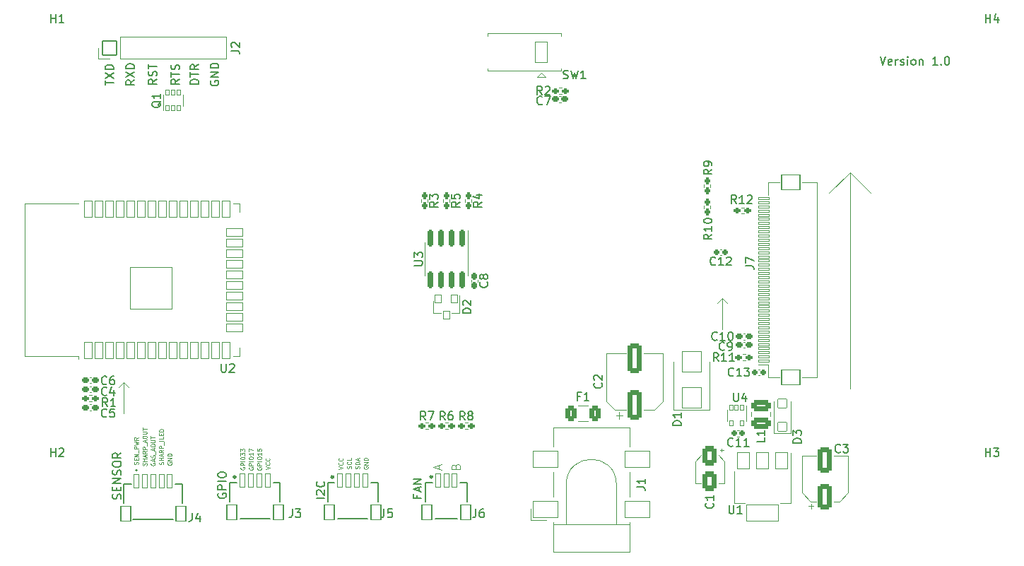
<source format=gto>
G04 #@! TF.GenerationSoftware,KiCad,Pcbnew,(6.0.0)*
G04 #@! TF.CreationDate,2022-01-01T11:54:16+05:30*
G04 #@! TF.ProjectId,ESP32_BoardV1,45535033-325f-4426-9f61-726456312e6b,rev?*
G04 #@! TF.SameCoordinates,Original*
G04 #@! TF.FileFunction,Legend,Top*
G04 #@! TF.FilePolarity,Positive*
%FSLAX46Y46*%
G04 Gerber Fmt 4.6, Leading zero omitted, Abs format (unit mm)*
G04 Created by KiCad (PCBNEW (6.0.0)) date 2022-01-01 11:54:16*
%MOMM*%
%LPD*%
G01*
G04 APERTURE LIST*
G04 Aperture macros list*
%AMRoundRect*
0 Rectangle with rounded corners*
0 $1 Rounding radius*
0 $2 $3 $4 $5 $6 $7 $8 $9 X,Y pos of 4 corners*
0 Add a 4 corners polygon primitive as box body*
4,1,4,$2,$3,$4,$5,$6,$7,$8,$9,$2,$3,0*
0 Add four circle primitives for the rounded corners*
1,1,$1+$1,$2,$3*
1,1,$1+$1,$4,$5*
1,1,$1+$1,$6,$7*
1,1,$1+$1,$8,$9*
0 Add four rect primitives between the rounded corners*
20,1,$1+$1,$2,$3,$4,$5,0*
20,1,$1+$1,$4,$5,$6,$7,0*
20,1,$1+$1,$6,$7,$8,$9,0*
20,1,$1+$1,$8,$9,$2,$3,0*%
G04 Aperture macros list end*
%ADD10C,0.120000*%
%ADD11C,0.125000*%
%ADD12C,0.150000*%
%ADD13C,0.127000*%
%ADD14C,0.300000*%
%ADD15C,0.200000*%
%ADD16RoundRect,0.206000X0.212500X0.155000X-0.212500X0.155000X-0.212500X-0.155000X0.212500X-0.155000X0*%
%ADD17C,1.002000*%
%ADD18C,8.702000*%
%ADD19RoundRect,0.051000X0.850000X-0.850000X0.850000X0.850000X-0.850000X0.850000X-0.850000X-0.850000X0*%
%ADD20O,1.802000X1.802000*%
%ADD21RoundRect,0.051000X0.200000X-0.325000X0.200000X0.325000X-0.200000X0.325000X-0.200000X-0.325000X0*%
%ADD22RoundRect,0.211000X-0.197500X-0.160000X0.197500X-0.160000X0.197500X0.160000X-0.197500X0.160000X0*%
%ADD23RoundRect,0.051000X0.450000X-1.000000X0.450000X1.000000X-0.450000X1.000000X-0.450000X-1.000000X0*%
%ADD24RoundRect,0.051000X1.000000X0.450000X-1.000000X0.450000X-1.000000X-0.450000X1.000000X-0.450000X0*%
%ADD25RoundRect,0.051000X2.500000X-2.500000X2.500000X2.500000X-2.500000X2.500000X-2.500000X-2.500000X0*%
%ADD26RoundRect,0.051000X-0.300000X-0.775000X0.300000X-0.775000X0.300000X0.775000X-0.300000X0.775000X0*%
%ADD27RoundRect,0.051000X-0.600000X-0.900000X0.600000X-0.900000X0.600000X0.900000X-0.600000X0.900000X0*%
%ADD28RoundRect,0.211000X0.197500X0.160000X-0.197500X0.160000X-0.197500X-0.160000X0.197500X-0.160000X0*%
%ADD29O,2.302000X3.602000*%
%ADD30RoundRect,0.051000X0.750000X1.250000X-0.750000X1.250000X-0.750000X-1.250000X0.750000X-1.250000X0*%
%ADD31O,1.602000X2.602000*%
%ADD32RoundRect,0.051000X1.150000X-1.250000X1.150000X1.250000X-1.150000X1.250000X-1.150000X-1.250000X0*%
%ADD33RoundRect,0.301000X-0.550000X0.850000X-0.550000X-0.850000X0.550000X-0.850000X0.550000X0.850000X0*%
%ADD34RoundRect,0.051000X-0.750000X1.000000X-0.750000X-1.000000X0.750000X-1.000000X0.750000X1.000000X0*%
%ADD35RoundRect,0.051000X-1.900000X1.000000X-1.900000X-1.000000X1.900000X-1.000000X1.900000X1.000000X0*%
%ADD36RoundRect,0.301000X0.550000X-1.250000X0.550000X1.250000X-0.550000X1.250000X-0.550000X-1.250000X0*%
%ADD37RoundRect,0.051000X0.650000X-0.150000X0.650000X0.150000X-0.650000X0.150000X-0.650000X-0.150000X0*%
%ADD38RoundRect,0.051000X1.100000X-0.900000X1.100000X0.900000X-1.100000X0.900000X-1.100000X-0.900000X0*%
%ADD39RoundRect,0.211000X0.160000X-0.197500X0.160000X0.197500X-0.160000X0.197500X-0.160000X-0.197500X0*%
%ADD40RoundRect,0.211000X-0.160000X0.197500X-0.160000X-0.197500X0.160000X-0.197500X0.160000X0.197500X0*%
%ADD41RoundRect,0.206000X-0.155000X0.212500X-0.155000X-0.212500X0.155000X-0.212500X0.155000X0.212500X0*%
%ADD42RoundRect,0.051000X-0.400000X0.450000X-0.400000X-0.450000X0.400000X-0.450000X0.400000X0.450000X0*%
%ADD43RoundRect,0.201000X-0.150000X0.825000X-0.150000X-0.825000X0.150000X-0.825000X0.150000X0.825000X0*%
%ADD44C,2.102000*%
%ADD45O,2.102000X1.602000*%
%ADD46RoundRect,0.051000X1.500000X1.000000X-1.500000X1.000000X-1.500000X-1.000000X1.500000X-1.000000X0*%
%ADD47RoundRect,0.301000X0.375000X0.625000X-0.375000X0.625000X-0.375000X-0.625000X0.375000X-0.625000X0*%
%ADD48RoundRect,0.191000X0.140000X0.170000X-0.140000X0.170000X-0.140000X-0.170000X0.140000X-0.170000X0*%
%ADD49RoundRect,0.301000X0.550000X-1.500000X0.550000X1.500000X-0.550000X1.500000X-0.550000X-1.500000X0*%
%ADD50RoundRect,0.191000X-0.140000X-0.170000X0.140000X-0.170000X0.140000X0.170000X-0.140000X0.170000X0*%
%ADD51RoundRect,0.051000X0.550000X-0.550000X0.550000X0.550000X-0.550000X0.550000X-0.550000X-0.550000X0*%
%ADD52RoundRect,0.301000X0.850000X-0.375000X0.850000X0.375000X-0.850000X0.375000X-0.850000X-0.375000X0*%
%ADD53RoundRect,0.051000X-0.200000X0.325000X-0.200000X-0.325000X0.200000X-0.325000X0.200000X0.325000X0*%
G04 APERTURE END LIST*
D10*
X184000000Y-112100000D02*
X181500000Y-114600000D01*
X184000000Y-138000000D02*
X184000000Y-112100000D01*
X97000000Y-137300000D02*
X97600000Y-137900000D01*
X168700000Y-130900000D02*
X168700000Y-127200000D01*
X168700000Y-127200000D02*
X169300000Y-127800000D01*
X97000000Y-137300000D02*
X96400000Y-137900000D01*
X184000000Y-112100000D02*
X186500000Y-114600000D01*
X97000000Y-141000000D02*
X97000000Y-137300000D01*
X168100000Y-127800000D02*
X168700000Y-127200000D01*
X96400000Y-137900000D02*
X97000000Y-137300000D01*
D11*
X101702380Y-147107142D02*
X101726190Y-147035714D01*
X101726190Y-146916666D01*
X101702380Y-146869047D01*
X101678571Y-146845238D01*
X101630952Y-146821428D01*
X101583333Y-146821428D01*
X101535714Y-146845238D01*
X101511904Y-146869047D01*
X101488095Y-146916666D01*
X101464285Y-147011904D01*
X101440476Y-147059523D01*
X101416666Y-147083333D01*
X101369047Y-147107142D01*
X101321428Y-147107142D01*
X101273809Y-147083333D01*
X101250000Y-147059523D01*
X101226190Y-147011904D01*
X101226190Y-146892857D01*
X101250000Y-146821428D01*
X101726190Y-146607142D02*
X101226190Y-146607142D01*
X101464285Y-146607142D02*
X101464285Y-146321428D01*
X101726190Y-146321428D02*
X101226190Y-146321428D01*
X101583333Y-146107142D02*
X101583333Y-145869047D01*
X101726190Y-146154761D02*
X101226190Y-145988095D01*
X101726190Y-145821428D01*
X101726190Y-145369047D02*
X101488095Y-145535714D01*
X101726190Y-145654761D02*
X101226190Y-145654761D01*
X101226190Y-145464285D01*
X101250000Y-145416666D01*
X101273809Y-145392857D01*
X101321428Y-145369047D01*
X101392857Y-145369047D01*
X101440476Y-145392857D01*
X101464285Y-145416666D01*
X101488095Y-145464285D01*
X101488095Y-145654761D01*
X101726190Y-145154761D02*
X101226190Y-145154761D01*
X101226190Y-144964285D01*
X101250000Y-144916666D01*
X101273809Y-144892857D01*
X101321428Y-144869047D01*
X101392857Y-144869047D01*
X101440476Y-144892857D01*
X101464285Y-144916666D01*
X101488095Y-144964285D01*
X101488095Y-145154761D01*
X101773809Y-144773809D02*
X101773809Y-144392857D01*
X101726190Y-144273809D02*
X101226190Y-144273809D01*
X101726190Y-143797619D02*
X101726190Y-144035714D01*
X101226190Y-144035714D01*
X101464285Y-143630952D02*
X101464285Y-143464285D01*
X101726190Y-143392857D02*
X101726190Y-143630952D01*
X101226190Y-143630952D01*
X101226190Y-143392857D01*
X101726190Y-143178571D02*
X101226190Y-143178571D01*
X101226190Y-143059523D01*
X101250000Y-142988095D01*
X101297619Y-142940476D01*
X101345238Y-142916666D01*
X101440476Y-142892857D01*
X101511904Y-142892857D01*
X101607142Y-142916666D01*
X101654761Y-142940476D01*
X101702380Y-142988095D01*
X101726190Y-143059523D01*
X101726190Y-143178571D01*
X99702380Y-147238095D02*
X99726190Y-147166666D01*
X99726190Y-147047619D01*
X99702380Y-147000000D01*
X99678571Y-146976190D01*
X99630952Y-146952380D01*
X99583333Y-146952380D01*
X99535714Y-146976190D01*
X99511904Y-147000000D01*
X99488095Y-147047619D01*
X99464285Y-147142857D01*
X99440476Y-147190476D01*
X99416666Y-147214285D01*
X99369047Y-147238095D01*
X99321428Y-147238095D01*
X99273809Y-147214285D01*
X99250000Y-147190476D01*
X99226190Y-147142857D01*
X99226190Y-147023809D01*
X99250000Y-146952380D01*
X99726190Y-146738095D02*
X99226190Y-146738095D01*
X99464285Y-146738095D02*
X99464285Y-146452380D01*
X99726190Y-146452380D02*
X99226190Y-146452380D01*
X99583333Y-146238095D02*
X99583333Y-146000000D01*
X99726190Y-146285714D02*
X99226190Y-146119047D01*
X99726190Y-145952380D01*
X99726190Y-145500000D02*
X99488095Y-145666666D01*
X99726190Y-145785714D02*
X99226190Y-145785714D01*
X99226190Y-145595238D01*
X99250000Y-145547619D01*
X99273809Y-145523809D01*
X99321428Y-145500000D01*
X99392857Y-145500000D01*
X99440476Y-145523809D01*
X99464285Y-145547619D01*
X99488095Y-145595238D01*
X99488095Y-145785714D01*
X99726190Y-145285714D02*
X99226190Y-145285714D01*
X99226190Y-145095238D01*
X99250000Y-145047619D01*
X99273809Y-145023809D01*
X99321428Y-145000000D01*
X99392857Y-145000000D01*
X99440476Y-145023809D01*
X99464285Y-145047619D01*
X99488095Y-145095238D01*
X99488095Y-145285714D01*
X99773809Y-144904761D02*
X99773809Y-144523809D01*
X99583333Y-144428571D02*
X99583333Y-144190476D01*
X99726190Y-144476190D02*
X99226190Y-144309523D01*
X99726190Y-144142857D01*
X99226190Y-143880952D02*
X99226190Y-143785714D01*
X99250000Y-143738095D01*
X99297619Y-143690476D01*
X99392857Y-143666666D01*
X99559523Y-143666666D01*
X99654761Y-143690476D01*
X99702380Y-143738095D01*
X99726190Y-143785714D01*
X99726190Y-143880952D01*
X99702380Y-143928571D01*
X99654761Y-143976190D01*
X99559523Y-144000000D01*
X99392857Y-144000000D01*
X99297619Y-143976190D01*
X99250000Y-143928571D01*
X99226190Y-143880952D01*
X99226190Y-143452380D02*
X99630952Y-143452380D01*
X99678571Y-143428571D01*
X99702380Y-143404761D01*
X99726190Y-143357142D01*
X99726190Y-143261904D01*
X99702380Y-143214285D01*
X99678571Y-143190476D01*
X99630952Y-143166666D01*
X99226190Y-143166666D01*
X99226190Y-143000000D02*
X99226190Y-142714285D01*
X99726190Y-142857142D02*
X99226190Y-142857142D01*
X136728571Y-147328571D02*
X136776190Y-147185714D01*
X136823809Y-147138095D01*
X136919047Y-147090476D01*
X137061904Y-147090476D01*
X137157142Y-147138095D01*
X137204761Y-147185714D01*
X137252380Y-147280952D01*
X137252380Y-147661904D01*
X136252380Y-147661904D01*
X136252380Y-147328571D01*
X136300000Y-147233333D01*
X136347619Y-147185714D01*
X136442857Y-147138095D01*
X136538095Y-147138095D01*
X136633333Y-147185714D01*
X136680952Y-147233333D01*
X136728571Y-147328571D01*
X136728571Y-147661904D01*
X124202380Y-147595238D02*
X124226190Y-147523809D01*
X124226190Y-147404761D01*
X124202380Y-147357142D01*
X124178571Y-147333333D01*
X124130952Y-147309523D01*
X124083333Y-147309523D01*
X124035714Y-147333333D01*
X124011904Y-147357142D01*
X123988095Y-147404761D01*
X123964285Y-147500000D01*
X123940476Y-147547619D01*
X123916666Y-147571428D01*
X123869047Y-147595238D01*
X123821428Y-147595238D01*
X123773809Y-147571428D01*
X123750000Y-147547619D01*
X123726190Y-147500000D01*
X123726190Y-147380952D01*
X123750000Y-147309523D01*
X124178571Y-146809523D02*
X124202380Y-146833333D01*
X124226190Y-146904761D01*
X124226190Y-146952380D01*
X124202380Y-147023809D01*
X124154761Y-147071428D01*
X124107142Y-147095238D01*
X124011904Y-147119047D01*
X123940476Y-147119047D01*
X123845238Y-147095238D01*
X123797619Y-147071428D01*
X123750000Y-147023809D01*
X123726190Y-146952380D01*
X123726190Y-146904761D01*
X123750000Y-146833333D01*
X123773809Y-146809523D01*
X124226190Y-146357142D02*
X124226190Y-146595238D01*
X123726190Y-146595238D01*
D12*
X100952380Y-100947619D02*
X100476190Y-101280952D01*
X100952380Y-101519047D02*
X99952380Y-101519047D01*
X99952380Y-101138095D01*
X100000000Y-101042857D01*
X100047619Y-100995238D01*
X100142857Y-100947619D01*
X100285714Y-100947619D01*
X100380952Y-100995238D01*
X100428571Y-101042857D01*
X100476190Y-101138095D01*
X100476190Y-101519047D01*
X100904761Y-100566666D02*
X100952380Y-100423809D01*
X100952380Y-100185714D01*
X100904761Y-100090476D01*
X100857142Y-100042857D01*
X100761904Y-99995238D01*
X100666666Y-99995238D01*
X100571428Y-100042857D01*
X100523809Y-100090476D01*
X100476190Y-100185714D01*
X100428571Y-100376190D01*
X100380952Y-100471428D01*
X100333333Y-100519047D01*
X100238095Y-100566666D01*
X100142857Y-100566666D01*
X100047619Y-100519047D01*
X100000000Y-100471428D01*
X99952380Y-100376190D01*
X99952380Y-100138095D01*
X100000000Y-99995238D01*
X99952380Y-99709523D02*
X99952380Y-99138095D01*
X100952380Y-99423809D02*
X99952380Y-99423809D01*
X108300000Y-150600000D02*
X108252380Y-150695238D01*
X108252380Y-150838095D01*
X108300000Y-150980952D01*
X108395238Y-151076190D01*
X108490476Y-151123809D01*
X108680952Y-151171428D01*
X108823809Y-151171428D01*
X109014285Y-151123809D01*
X109109523Y-151076190D01*
X109204761Y-150980952D01*
X109252380Y-150838095D01*
X109252380Y-150742857D01*
X109204761Y-150600000D01*
X109157142Y-150552380D01*
X108823809Y-150552380D01*
X108823809Y-150742857D01*
X109252380Y-150123809D02*
X108252380Y-150123809D01*
X108252380Y-149742857D01*
X108300000Y-149647619D01*
X108347619Y-149600000D01*
X108442857Y-149552380D01*
X108585714Y-149552380D01*
X108680952Y-149600000D01*
X108728571Y-149647619D01*
X108776190Y-149742857D01*
X108776190Y-150123809D01*
X109252380Y-149123809D02*
X108252380Y-149123809D01*
X108252380Y-148457142D02*
X108252380Y-148266666D01*
X108300000Y-148171428D01*
X108395238Y-148076190D01*
X108585714Y-148028571D01*
X108919047Y-148028571D01*
X109109523Y-148076190D01*
X109204761Y-148171428D01*
X109252380Y-148266666D01*
X109252380Y-148457142D01*
X109204761Y-148552380D01*
X109109523Y-148647619D01*
X108919047Y-148695238D01*
X108585714Y-148695238D01*
X108395238Y-148647619D01*
X108300000Y-148552380D01*
X108252380Y-148457142D01*
X107400000Y-101161904D02*
X107352380Y-101257142D01*
X107352380Y-101400000D01*
X107400000Y-101542857D01*
X107495238Y-101638095D01*
X107590476Y-101685714D01*
X107780952Y-101733333D01*
X107923809Y-101733333D01*
X108114285Y-101685714D01*
X108209523Y-101638095D01*
X108304761Y-101542857D01*
X108352380Y-101400000D01*
X108352380Y-101304761D01*
X108304761Y-101161904D01*
X108257142Y-101114285D01*
X107923809Y-101114285D01*
X107923809Y-101304761D01*
X108352380Y-100685714D02*
X107352380Y-100685714D01*
X108352380Y-100114285D01*
X107352380Y-100114285D01*
X108352380Y-99638095D02*
X107352380Y-99638095D01*
X107352380Y-99400000D01*
X107400000Y-99257142D01*
X107495238Y-99161904D01*
X107590476Y-99114285D01*
X107780952Y-99066666D01*
X107923809Y-99066666D01*
X108114285Y-99114285D01*
X108209523Y-99161904D01*
X108304761Y-99257142D01*
X108352380Y-99400000D01*
X108352380Y-99638095D01*
D11*
X134766666Y-147638095D02*
X134766666Y-147161904D01*
X135052380Y-147733333D02*
X134052380Y-147400000D01*
X135052380Y-147066666D01*
X100250000Y-146940476D02*
X100226190Y-146988095D01*
X100226190Y-147059523D01*
X100250000Y-147130952D01*
X100297619Y-147178571D01*
X100345238Y-147202380D01*
X100440476Y-147226190D01*
X100511904Y-147226190D01*
X100607142Y-147202380D01*
X100654761Y-147178571D01*
X100702380Y-147130952D01*
X100726190Y-147059523D01*
X100726190Y-147011904D01*
X100702380Y-146940476D01*
X100678571Y-146916666D01*
X100511904Y-146916666D01*
X100511904Y-147011904D01*
X100583333Y-146726190D02*
X100583333Y-146488095D01*
X100726190Y-146773809D02*
X100226190Y-146607142D01*
X100726190Y-146440476D01*
X100702380Y-146297619D02*
X100726190Y-146226190D01*
X100726190Y-146107142D01*
X100702380Y-146059523D01*
X100678571Y-146035714D01*
X100630952Y-146011904D01*
X100583333Y-146011904D01*
X100535714Y-146035714D01*
X100511904Y-146059523D01*
X100488095Y-146107142D01*
X100464285Y-146202380D01*
X100440476Y-146250000D01*
X100416666Y-146273809D01*
X100369047Y-146297619D01*
X100321428Y-146297619D01*
X100273809Y-146273809D01*
X100250000Y-146250000D01*
X100226190Y-146202380D01*
X100226190Y-146083333D01*
X100250000Y-146011904D01*
X100773809Y-145916666D02*
X100773809Y-145535714D01*
X100583333Y-145440476D02*
X100583333Y-145202380D01*
X100726190Y-145488095D02*
X100226190Y-145321428D01*
X100726190Y-145154761D01*
X100226190Y-144892857D02*
X100226190Y-144797619D01*
X100250000Y-144750000D01*
X100297619Y-144702380D01*
X100392857Y-144678571D01*
X100559523Y-144678571D01*
X100654761Y-144702380D01*
X100702380Y-144750000D01*
X100726190Y-144797619D01*
X100726190Y-144892857D01*
X100702380Y-144940476D01*
X100654761Y-144988095D01*
X100559523Y-145011904D01*
X100392857Y-145011904D01*
X100297619Y-144988095D01*
X100250000Y-144940476D01*
X100226190Y-144892857D01*
X100226190Y-144464285D02*
X100630952Y-144464285D01*
X100678571Y-144440476D01*
X100702380Y-144416666D01*
X100726190Y-144369047D01*
X100726190Y-144273809D01*
X100702380Y-144226190D01*
X100678571Y-144202380D01*
X100630952Y-144178571D01*
X100226190Y-144178571D01*
X100226190Y-144011904D02*
X100226190Y-143726190D01*
X100726190Y-143869047D02*
X100226190Y-143869047D01*
X102250000Y-146880952D02*
X102226190Y-146928571D01*
X102226190Y-147000000D01*
X102250000Y-147071428D01*
X102297619Y-147119047D01*
X102345238Y-147142857D01*
X102440476Y-147166666D01*
X102511904Y-147166666D01*
X102607142Y-147142857D01*
X102654761Y-147119047D01*
X102702380Y-147071428D01*
X102726190Y-147000000D01*
X102726190Y-146952380D01*
X102702380Y-146880952D01*
X102678571Y-146857142D01*
X102511904Y-146857142D01*
X102511904Y-146952380D01*
X102726190Y-146642857D02*
X102226190Y-146642857D01*
X102726190Y-146357142D01*
X102226190Y-146357142D01*
X102726190Y-146119047D02*
X102226190Y-146119047D01*
X102226190Y-146000000D01*
X102250000Y-145928571D01*
X102297619Y-145880952D01*
X102345238Y-145857142D01*
X102440476Y-145833333D01*
X102511904Y-145833333D01*
X102607142Y-145857142D01*
X102654761Y-145880952D01*
X102702380Y-145928571D01*
X102726190Y-146000000D01*
X102726190Y-146119047D01*
X113000000Y-147476190D02*
X112976190Y-147523809D01*
X112976190Y-147595238D01*
X113000000Y-147666666D01*
X113047619Y-147714285D01*
X113095238Y-147738095D01*
X113190476Y-147761904D01*
X113261904Y-147761904D01*
X113357142Y-147738095D01*
X113404761Y-147714285D01*
X113452380Y-147666666D01*
X113476190Y-147595238D01*
X113476190Y-147547619D01*
X113452380Y-147476190D01*
X113428571Y-147452380D01*
X113261904Y-147452380D01*
X113261904Y-147547619D01*
X113476190Y-147238095D02*
X112976190Y-147238095D01*
X112976190Y-147047619D01*
X113000000Y-147000000D01*
X113023809Y-146976190D01*
X113071428Y-146952380D01*
X113142857Y-146952380D01*
X113190476Y-146976190D01*
X113214285Y-147000000D01*
X113238095Y-147047619D01*
X113238095Y-147238095D01*
X113476190Y-146738095D02*
X112976190Y-146738095D01*
X112976190Y-146404761D02*
X112976190Y-146309523D01*
X113000000Y-146261904D01*
X113047619Y-146214285D01*
X113142857Y-146190476D01*
X113309523Y-146190476D01*
X113404761Y-146214285D01*
X113452380Y-146261904D01*
X113476190Y-146309523D01*
X113476190Y-146404761D01*
X113452380Y-146452380D01*
X113404761Y-146500000D01*
X113309523Y-146523809D01*
X113142857Y-146523809D01*
X113047619Y-146500000D01*
X113000000Y-146452380D01*
X112976190Y-146404761D01*
X113476190Y-145714285D02*
X113476190Y-146000000D01*
X113476190Y-145857142D02*
X112976190Y-145857142D01*
X113047619Y-145904761D01*
X113095238Y-145952380D01*
X113119047Y-146000000D01*
X112976190Y-145261904D02*
X112976190Y-145500000D01*
X113214285Y-145523809D01*
X113190476Y-145500000D01*
X113166666Y-145452380D01*
X113166666Y-145333333D01*
X113190476Y-145285714D01*
X113214285Y-145261904D01*
X113261904Y-145238095D01*
X113380952Y-145238095D01*
X113428571Y-145261904D01*
X113452380Y-145285714D01*
X113476190Y-145333333D01*
X113476190Y-145452380D01*
X113452380Y-145500000D01*
X113428571Y-145523809D01*
D12*
X96604761Y-151261904D02*
X96652380Y-151119047D01*
X96652380Y-150880952D01*
X96604761Y-150785714D01*
X96557142Y-150738095D01*
X96461904Y-150690476D01*
X96366666Y-150690476D01*
X96271428Y-150738095D01*
X96223809Y-150785714D01*
X96176190Y-150880952D01*
X96128571Y-151071428D01*
X96080952Y-151166666D01*
X96033333Y-151214285D01*
X95938095Y-151261904D01*
X95842857Y-151261904D01*
X95747619Y-151214285D01*
X95700000Y-151166666D01*
X95652380Y-151071428D01*
X95652380Y-150833333D01*
X95700000Y-150690476D01*
X96128571Y-150261904D02*
X96128571Y-149928571D01*
X96652380Y-149785714D02*
X96652380Y-150261904D01*
X95652380Y-150261904D01*
X95652380Y-149785714D01*
X96652380Y-149357142D02*
X95652380Y-149357142D01*
X96652380Y-148785714D01*
X95652380Y-148785714D01*
X96604761Y-148357142D02*
X96652380Y-148214285D01*
X96652380Y-147976190D01*
X96604761Y-147880952D01*
X96557142Y-147833333D01*
X96461904Y-147785714D01*
X96366666Y-147785714D01*
X96271428Y-147833333D01*
X96223809Y-147880952D01*
X96176190Y-147976190D01*
X96128571Y-148166666D01*
X96080952Y-148261904D01*
X96033333Y-148309523D01*
X95938095Y-148357142D01*
X95842857Y-148357142D01*
X95747619Y-148309523D01*
X95700000Y-148261904D01*
X95652380Y-148166666D01*
X95652380Y-147928571D01*
X95700000Y-147785714D01*
X95652380Y-147166666D02*
X95652380Y-146976190D01*
X95700000Y-146880952D01*
X95795238Y-146785714D01*
X95985714Y-146738095D01*
X96319047Y-146738095D01*
X96509523Y-146785714D01*
X96604761Y-146880952D01*
X96652380Y-146976190D01*
X96652380Y-147166666D01*
X96604761Y-147261904D01*
X96509523Y-147357142D01*
X96319047Y-147404761D01*
X95985714Y-147404761D01*
X95795238Y-147357142D01*
X95700000Y-147261904D01*
X95652380Y-147166666D01*
X96652380Y-145738095D02*
X96176190Y-146071428D01*
X96652380Y-146309523D02*
X95652380Y-146309523D01*
X95652380Y-145928571D01*
X95700000Y-145833333D01*
X95747619Y-145785714D01*
X95842857Y-145738095D01*
X95985714Y-145738095D01*
X96080952Y-145785714D01*
X96128571Y-145833333D01*
X96176190Y-145928571D01*
X96176190Y-146309523D01*
X132128571Y-150809523D02*
X132128571Y-151142857D01*
X132652380Y-151142857D02*
X131652380Y-151142857D01*
X131652380Y-150666666D01*
X132366666Y-150333333D02*
X132366666Y-149857142D01*
X132652380Y-150428571D02*
X131652380Y-150095238D01*
X132652380Y-149761904D01*
X132652380Y-149428571D02*
X131652380Y-149428571D01*
X132652380Y-148857142D01*
X131652380Y-148857142D01*
D11*
X113976190Y-147666666D02*
X114476190Y-147500000D01*
X113976190Y-147333333D01*
X114428571Y-146880952D02*
X114452380Y-146904761D01*
X114476190Y-146976190D01*
X114476190Y-147023809D01*
X114452380Y-147095238D01*
X114404761Y-147142857D01*
X114357142Y-147166666D01*
X114261904Y-147190476D01*
X114190476Y-147190476D01*
X114095238Y-147166666D01*
X114047619Y-147142857D01*
X114000000Y-147095238D01*
X113976190Y-147023809D01*
X113976190Y-146976190D01*
X114000000Y-146904761D01*
X114023809Y-146880952D01*
X114428571Y-146380952D02*
X114452380Y-146404761D01*
X114476190Y-146476190D01*
X114476190Y-146523809D01*
X114452380Y-146595238D01*
X114404761Y-146642857D01*
X114357142Y-146666666D01*
X114261904Y-146690476D01*
X114190476Y-146690476D01*
X114095238Y-146666666D01*
X114047619Y-146642857D01*
X114000000Y-146595238D01*
X113976190Y-146523809D01*
X113976190Y-146476190D01*
X114000000Y-146404761D01*
X114023809Y-146380952D01*
D12*
X94752380Y-101661904D02*
X94752380Y-101090476D01*
X95752380Y-101376190D02*
X94752380Y-101376190D01*
X94752380Y-100852380D02*
X95752380Y-100185714D01*
X94752380Y-100185714D02*
X95752380Y-100852380D01*
X95752380Y-99804761D02*
X94752380Y-99804761D01*
X94752380Y-99566666D01*
X94800000Y-99423809D01*
X94895238Y-99328571D01*
X94990476Y-99280952D01*
X95180952Y-99233333D01*
X95323809Y-99233333D01*
X95514285Y-99280952D01*
X95609523Y-99328571D01*
X95704761Y-99423809D01*
X95752380Y-99566666D01*
X95752380Y-99804761D01*
X187609523Y-98252380D02*
X187942857Y-99252380D01*
X188276190Y-98252380D01*
X188990476Y-99204761D02*
X188895238Y-99252380D01*
X188704761Y-99252380D01*
X188609523Y-99204761D01*
X188561904Y-99109523D01*
X188561904Y-98728571D01*
X188609523Y-98633333D01*
X188704761Y-98585714D01*
X188895238Y-98585714D01*
X188990476Y-98633333D01*
X189038095Y-98728571D01*
X189038095Y-98823809D01*
X188561904Y-98919047D01*
X189466666Y-99252380D02*
X189466666Y-98585714D01*
X189466666Y-98776190D02*
X189514285Y-98680952D01*
X189561904Y-98633333D01*
X189657142Y-98585714D01*
X189752380Y-98585714D01*
X190038095Y-99204761D02*
X190133333Y-99252380D01*
X190323809Y-99252380D01*
X190419047Y-99204761D01*
X190466666Y-99109523D01*
X190466666Y-99061904D01*
X190419047Y-98966666D01*
X190323809Y-98919047D01*
X190180952Y-98919047D01*
X190085714Y-98871428D01*
X190038095Y-98776190D01*
X190038095Y-98728571D01*
X190085714Y-98633333D01*
X190180952Y-98585714D01*
X190323809Y-98585714D01*
X190419047Y-98633333D01*
X190895238Y-99252380D02*
X190895238Y-98585714D01*
X190895238Y-98252380D02*
X190847619Y-98300000D01*
X190895238Y-98347619D01*
X190942857Y-98300000D01*
X190895238Y-98252380D01*
X190895238Y-98347619D01*
X191514285Y-99252380D02*
X191419047Y-99204761D01*
X191371428Y-99157142D01*
X191323809Y-99061904D01*
X191323809Y-98776190D01*
X191371428Y-98680952D01*
X191419047Y-98633333D01*
X191514285Y-98585714D01*
X191657142Y-98585714D01*
X191752380Y-98633333D01*
X191800000Y-98680952D01*
X191847619Y-98776190D01*
X191847619Y-99061904D01*
X191800000Y-99157142D01*
X191752380Y-99204761D01*
X191657142Y-99252380D01*
X191514285Y-99252380D01*
X192276190Y-98585714D02*
X192276190Y-99252380D01*
X192276190Y-98680952D02*
X192323809Y-98633333D01*
X192419047Y-98585714D01*
X192561904Y-98585714D01*
X192657142Y-98633333D01*
X192704761Y-98728571D01*
X192704761Y-99252380D01*
X194466666Y-99252380D02*
X193895238Y-99252380D01*
X194180952Y-99252380D02*
X194180952Y-98252380D01*
X194085714Y-98395238D01*
X193990476Y-98490476D01*
X193895238Y-98538095D01*
X194895238Y-99157142D02*
X194942857Y-99204761D01*
X194895238Y-99252380D01*
X194847619Y-99204761D01*
X194895238Y-99157142D01*
X194895238Y-99252380D01*
X195561904Y-98252380D02*
X195657142Y-98252380D01*
X195752380Y-98300000D01*
X195800000Y-98347619D01*
X195847619Y-98442857D01*
X195895238Y-98633333D01*
X195895238Y-98871428D01*
X195847619Y-99061904D01*
X195800000Y-99157142D01*
X195752380Y-99204761D01*
X195657142Y-99252380D01*
X195561904Y-99252380D01*
X195466666Y-99204761D01*
X195419047Y-99157142D01*
X195371428Y-99061904D01*
X195323809Y-98871428D01*
X195323809Y-98633333D01*
X195371428Y-98442857D01*
X195419047Y-98347619D01*
X195466666Y-98300000D01*
X195561904Y-98252380D01*
D11*
X98702380Y-147107142D02*
X98726190Y-147035714D01*
X98726190Y-146916666D01*
X98702380Y-146869047D01*
X98678571Y-146845238D01*
X98630952Y-146821428D01*
X98583333Y-146821428D01*
X98535714Y-146845238D01*
X98511904Y-146869047D01*
X98488095Y-146916666D01*
X98464285Y-147011904D01*
X98440476Y-147059523D01*
X98416666Y-147083333D01*
X98369047Y-147107142D01*
X98321428Y-147107142D01*
X98273809Y-147083333D01*
X98250000Y-147059523D01*
X98226190Y-147011904D01*
X98226190Y-146892857D01*
X98250000Y-146821428D01*
X98464285Y-146607142D02*
X98464285Y-146440476D01*
X98726190Y-146369047D02*
X98726190Y-146607142D01*
X98226190Y-146607142D01*
X98226190Y-146369047D01*
X98726190Y-146154761D02*
X98226190Y-146154761D01*
X98726190Y-145869047D01*
X98226190Y-145869047D01*
X98773809Y-145750000D02*
X98773809Y-145369047D01*
X98726190Y-145250000D02*
X98226190Y-145250000D01*
X98226190Y-145059523D01*
X98250000Y-145011904D01*
X98273809Y-144988095D01*
X98321428Y-144964285D01*
X98392857Y-144964285D01*
X98440476Y-144988095D01*
X98464285Y-145011904D01*
X98488095Y-145059523D01*
X98488095Y-145250000D01*
X98226190Y-144797619D02*
X98726190Y-144678571D01*
X98369047Y-144583333D01*
X98726190Y-144488095D01*
X98226190Y-144369047D01*
X98726190Y-143892857D02*
X98488095Y-144059523D01*
X98726190Y-144178571D02*
X98226190Y-144178571D01*
X98226190Y-143988095D01*
X98250000Y-143940476D01*
X98273809Y-143916666D01*
X98321428Y-143892857D01*
X98392857Y-143892857D01*
X98440476Y-143916666D01*
X98464285Y-143940476D01*
X98488095Y-143988095D01*
X98488095Y-144178571D01*
D12*
X105952380Y-101542857D02*
X104952380Y-101542857D01*
X104952380Y-101304761D01*
X105000000Y-101161904D01*
X105095238Y-101066666D01*
X105190476Y-101019047D01*
X105380952Y-100971428D01*
X105523809Y-100971428D01*
X105714285Y-101019047D01*
X105809523Y-101066666D01*
X105904761Y-101161904D01*
X105952380Y-101304761D01*
X105952380Y-101542857D01*
X104952380Y-100685714D02*
X104952380Y-100114285D01*
X105952380Y-100400000D02*
X104952380Y-100400000D01*
X105952380Y-99209523D02*
X105476190Y-99542857D01*
X105952380Y-99780952D02*
X104952380Y-99780952D01*
X104952380Y-99400000D01*
X105000000Y-99304761D01*
X105047619Y-99257142D01*
X105142857Y-99209523D01*
X105285714Y-99209523D01*
X105380952Y-99257142D01*
X105428571Y-99304761D01*
X105476190Y-99400000D01*
X105476190Y-99780952D01*
X121052380Y-151176190D02*
X120052380Y-151176190D01*
X120147619Y-150747619D02*
X120100000Y-150700000D01*
X120052380Y-150604761D01*
X120052380Y-150366666D01*
X120100000Y-150271428D01*
X120147619Y-150223809D01*
X120242857Y-150176190D01*
X120338095Y-150176190D01*
X120480952Y-150223809D01*
X121052380Y-150795238D01*
X121052380Y-150176190D01*
X120957142Y-149176190D02*
X121004761Y-149223809D01*
X121052380Y-149366666D01*
X121052380Y-149461904D01*
X121004761Y-149604761D01*
X120909523Y-149700000D01*
X120814285Y-149747619D01*
X120623809Y-149795238D01*
X120480952Y-149795238D01*
X120290476Y-149747619D01*
X120195238Y-149700000D01*
X120100000Y-149604761D01*
X120052380Y-149461904D01*
X120052380Y-149366666D01*
X120100000Y-149223809D01*
X120147619Y-149176190D01*
X98252380Y-101066666D02*
X97776190Y-101400000D01*
X98252380Y-101638095D02*
X97252380Y-101638095D01*
X97252380Y-101257142D01*
X97300000Y-101161904D01*
X97347619Y-101114285D01*
X97442857Y-101066666D01*
X97585714Y-101066666D01*
X97680952Y-101114285D01*
X97728571Y-101161904D01*
X97776190Y-101257142D01*
X97776190Y-101638095D01*
X97252380Y-100733333D02*
X98252380Y-100066666D01*
X97252380Y-100066666D02*
X98252380Y-100733333D01*
X98252380Y-99685714D02*
X97252380Y-99685714D01*
X97252380Y-99447619D01*
X97300000Y-99304761D01*
X97395238Y-99209523D01*
X97490476Y-99161904D01*
X97680952Y-99114285D01*
X97823809Y-99114285D01*
X98014285Y-99161904D01*
X98109523Y-99209523D01*
X98204761Y-99304761D01*
X98252380Y-99447619D01*
X98252380Y-99685714D01*
D11*
X125202380Y-147607142D02*
X125226190Y-147535714D01*
X125226190Y-147416666D01*
X125202380Y-147369047D01*
X125178571Y-147345238D01*
X125130952Y-147321428D01*
X125083333Y-147321428D01*
X125035714Y-147345238D01*
X125011904Y-147369047D01*
X124988095Y-147416666D01*
X124964285Y-147511904D01*
X124940476Y-147559523D01*
X124916666Y-147583333D01*
X124869047Y-147607142D01*
X124821428Y-147607142D01*
X124773809Y-147583333D01*
X124750000Y-147559523D01*
X124726190Y-147511904D01*
X124726190Y-147392857D01*
X124750000Y-147321428D01*
X125226190Y-147107142D02*
X124726190Y-147107142D01*
X124726190Y-146988095D01*
X124750000Y-146916666D01*
X124797619Y-146869047D01*
X124845238Y-146845238D01*
X124940476Y-146821428D01*
X125011904Y-146821428D01*
X125107142Y-146845238D01*
X125154761Y-146869047D01*
X125202380Y-146916666D01*
X125226190Y-146988095D01*
X125226190Y-147107142D01*
X125083333Y-146630952D02*
X125083333Y-146392857D01*
X125226190Y-146678571D02*
X124726190Y-146511904D01*
X125226190Y-146345238D01*
X112000000Y-147476190D02*
X111976190Y-147523809D01*
X111976190Y-147595238D01*
X112000000Y-147666666D01*
X112047619Y-147714285D01*
X112095238Y-147738095D01*
X112190476Y-147761904D01*
X112261904Y-147761904D01*
X112357142Y-147738095D01*
X112404761Y-147714285D01*
X112452380Y-147666666D01*
X112476190Y-147595238D01*
X112476190Y-147547619D01*
X112452380Y-147476190D01*
X112428571Y-147452380D01*
X112261904Y-147452380D01*
X112261904Y-147547619D01*
X112476190Y-147238095D02*
X111976190Y-147238095D01*
X111976190Y-147047619D01*
X112000000Y-147000000D01*
X112023809Y-146976190D01*
X112071428Y-146952380D01*
X112142857Y-146952380D01*
X112190476Y-146976190D01*
X112214285Y-147000000D01*
X112238095Y-147047619D01*
X112238095Y-147238095D01*
X112476190Y-146738095D02*
X111976190Y-146738095D01*
X111976190Y-146404761D02*
X111976190Y-146309523D01*
X112000000Y-146261904D01*
X112047619Y-146214285D01*
X112142857Y-146190476D01*
X112309523Y-146190476D01*
X112404761Y-146214285D01*
X112452380Y-146261904D01*
X112476190Y-146309523D01*
X112476190Y-146404761D01*
X112452380Y-146452380D01*
X112404761Y-146500000D01*
X112309523Y-146523809D01*
X112142857Y-146523809D01*
X112047619Y-146500000D01*
X112000000Y-146452380D01*
X111976190Y-146404761D01*
X112476190Y-145714285D02*
X112476190Y-146000000D01*
X112476190Y-145857142D02*
X111976190Y-145857142D01*
X112047619Y-145904761D01*
X112095238Y-145952380D01*
X112119047Y-146000000D01*
X111976190Y-145547619D02*
X111976190Y-145214285D01*
X112476190Y-145428571D01*
X122726190Y-147666666D02*
X123226190Y-147500000D01*
X122726190Y-147333333D01*
X123178571Y-146880952D02*
X123202380Y-146904761D01*
X123226190Y-146976190D01*
X123226190Y-147023809D01*
X123202380Y-147095238D01*
X123154761Y-147142857D01*
X123107142Y-147166666D01*
X123011904Y-147190476D01*
X122940476Y-147190476D01*
X122845238Y-147166666D01*
X122797619Y-147142857D01*
X122750000Y-147095238D01*
X122726190Y-147023809D01*
X122726190Y-146976190D01*
X122750000Y-146904761D01*
X122773809Y-146880952D01*
X123178571Y-146380952D02*
X123202380Y-146404761D01*
X123226190Y-146476190D01*
X123226190Y-146523809D01*
X123202380Y-146595238D01*
X123154761Y-146642857D01*
X123107142Y-146666666D01*
X123011904Y-146690476D01*
X122940476Y-146690476D01*
X122845238Y-146666666D01*
X122797619Y-146642857D01*
X122750000Y-146595238D01*
X122726190Y-146523809D01*
X122726190Y-146476190D01*
X122750000Y-146404761D01*
X122773809Y-146380952D01*
X111000000Y-147452380D02*
X110976190Y-147500000D01*
X110976190Y-147571428D01*
X111000000Y-147642857D01*
X111047619Y-147690476D01*
X111095238Y-147714285D01*
X111190476Y-147738095D01*
X111261904Y-147738095D01*
X111357142Y-147714285D01*
X111404761Y-147690476D01*
X111452380Y-147642857D01*
X111476190Y-147571428D01*
X111476190Y-147523809D01*
X111452380Y-147452380D01*
X111428571Y-147428571D01*
X111261904Y-147428571D01*
X111261904Y-147523809D01*
X111476190Y-147214285D02*
X110976190Y-147214285D01*
X110976190Y-147023809D01*
X111000000Y-146976190D01*
X111023809Y-146952380D01*
X111071428Y-146928571D01*
X111142857Y-146928571D01*
X111190476Y-146952380D01*
X111214285Y-146976190D01*
X111238095Y-147023809D01*
X111238095Y-147214285D01*
X111476190Y-146714285D02*
X110976190Y-146714285D01*
X110976190Y-146380952D02*
X110976190Y-146333333D01*
X111000000Y-146285714D01*
X111023809Y-146261904D01*
X111071428Y-146238095D01*
X111166666Y-146214285D01*
X111285714Y-146214285D01*
X111380952Y-146238095D01*
X111428571Y-146261904D01*
X111452380Y-146285714D01*
X111476190Y-146333333D01*
X111476190Y-146380952D01*
X111452380Y-146428571D01*
X111428571Y-146452380D01*
X111380952Y-146476190D01*
X111285714Y-146500000D01*
X111166666Y-146500000D01*
X111071428Y-146476190D01*
X111023809Y-146452380D01*
X111000000Y-146428571D01*
X110976190Y-146380952D01*
X110976190Y-146047619D02*
X110976190Y-145738095D01*
X111166666Y-145904761D01*
X111166666Y-145833333D01*
X111190476Y-145785714D01*
X111214285Y-145761904D01*
X111261904Y-145738095D01*
X111380952Y-145738095D01*
X111428571Y-145761904D01*
X111452380Y-145785714D01*
X111476190Y-145833333D01*
X111476190Y-145976190D01*
X111452380Y-146023809D01*
X111428571Y-146047619D01*
X110976190Y-145571428D02*
X110976190Y-145261904D01*
X111166666Y-145428571D01*
X111166666Y-145357142D01*
X111190476Y-145309523D01*
X111214285Y-145285714D01*
X111261904Y-145261904D01*
X111380952Y-145261904D01*
X111428571Y-145285714D01*
X111452380Y-145309523D01*
X111476190Y-145357142D01*
X111476190Y-145500000D01*
X111452380Y-145547619D01*
X111428571Y-145571428D01*
D12*
X103652380Y-100947619D02*
X103176190Y-101280952D01*
X103652380Y-101519047D02*
X102652380Y-101519047D01*
X102652380Y-101138095D01*
X102700000Y-101042857D01*
X102747619Y-100995238D01*
X102842857Y-100947619D01*
X102985714Y-100947619D01*
X103080952Y-100995238D01*
X103128571Y-101042857D01*
X103176190Y-101138095D01*
X103176190Y-101519047D01*
X102652380Y-100661904D02*
X102652380Y-100090476D01*
X103652380Y-100376190D02*
X102652380Y-100376190D01*
X103604761Y-99804761D02*
X103652380Y-99661904D01*
X103652380Y-99423809D01*
X103604761Y-99328571D01*
X103557142Y-99280952D01*
X103461904Y-99233333D01*
X103366666Y-99233333D01*
X103271428Y-99280952D01*
X103223809Y-99328571D01*
X103176190Y-99423809D01*
X103128571Y-99614285D01*
X103080952Y-99709523D01*
X103033333Y-99757142D01*
X102938095Y-99804761D01*
X102842857Y-99804761D01*
X102747619Y-99757142D01*
X102700000Y-99709523D01*
X102652380Y-99614285D01*
X102652380Y-99376190D01*
X102700000Y-99233333D01*
D11*
X125750000Y-147380952D02*
X125726190Y-147428571D01*
X125726190Y-147500000D01*
X125750000Y-147571428D01*
X125797619Y-147619047D01*
X125845238Y-147642857D01*
X125940476Y-147666666D01*
X126011904Y-147666666D01*
X126107142Y-147642857D01*
X126154761Y-147619047D01*
X126202380Y-147571428D01*
X126226190Y-147500000D01*
X126226190Y-147452380D01*
X126202380Y-147380952D01*
X126178571Y-147357142D01*
X126011904Y-147357142D01*
X126011904Y-147452380D01*
X126226190Y-147142857D02*
X125726190Y-147142857D01*
X126226190Y-146857142D01*
X125726190Y-146857142D01*
X126226190Y-146619047D02*
X125726190Y-146619047D01*
X125726190Y-146500000D01*
X125750000Y-146428571D01*
X125797619Y-146380952D01*
X125845238Y-146357142D01*
X125940476Y-146333333D01*
X126011904Y-146333333D01*
X126107142Y-146357142D01*
X126154761Y-146380952D01*
X126202380Y-146428571D01*
X126226190Y-146500000D01*
X126226190Y-146619047D01*
D12*
X94933333Y-138757142D02*
X94885714Y-138804761D01*
X94742857Y-138852380D01*
X94647619Y-138852380D01*
X94504761Y-138804761D01*
X94409523Y-138709523D01*
X94361904Y-138614285D01*
X94314285Y-138423809D01*
X94314285Y-138280952D01*
X94361904Y-138090476D01*
X94409523Y-137995238D01*
X94504761Y-137900000D01*
X94647619Y-137852380D01*
X94742857Y-137852380D01*
X94885714Y-137900000D01*
X94933333Y-137947619D01*
X95790476Y-138185714D02*
X95790476Y-138852380D01*
X95552380Y-137804761D02*
X95314285Y-138519047D01*
X95933333Y-138519047D01*
X94933333Y-141357142D02*
X94885714Y-141404761D01*
X94742857Y-141452380D01*
X94647619Y-141452380D01*
X94504761Y-141404761D01*
X94409523Y-141309523D01*
X94361904Y-141214285D01*
X94314285Y-141023809D01*
X94314285Y-140880952D01*
X94361904Y-140690476D01*
X94409523Y-140595238D01*
X94504761Y-140500000D01*
X94647619Y-140452380D01*
X94742857Y-140452380D01*
X94885714Y-140500000D01*
X94933333Y-140547619D01*
X95838095Y-140452380D02*
X95361904Y-140452380D01*
X95314285Y-140928571D01*
X95361904Y-140880952D01*
X95457142Y-140833333D01*
X95695238Y-140833333D01*
X95790476Y-140880952D01*
X95838095Y-140928571D01*
X95885714Y-141023809D01*
X95885714Y-141261904D01*
X95838095Y-141357142D01*
X95790476Y-141404761D01*
X95695238Y-141452380D01*
X95457142Y-141452380D01*
X95361904Y-141404761D01*
X95314285Y-141357142D01*
X94933333Y-137457142D02*
X94885714Y-137504761D01*
X94742857Y-137552380D01*
X94647619Y-137552380D01*
X94504761Y-137504761D01*
X94409523Y-137409523D01*
X94361904Y-137314285D01*
X94314285Y-137123809D01*
X94314285Y-136980952D01*
X94361904Y-136790476D01*
X94409523Y-136695238D01*
X94504761Y-136600000D01*
X94647619Y-136552380D01*
X94742857Y-136552380D01*
X94885714Y-136600000D01*
X94933333Y-136647619D01*
X95790476Y-136552380D02*
X95600000Y-136552380D01*
X95504761Y-136600000D01*
X95457142Y-136647619D01*
X95361904Y-136790476D01*
X95314285Y-136980952D01*
X95314285Y-137361904D01*
X95361904Y-137457142D01*
X95409523Y-137504761D01*
X95504761Y-137552380D01*
X95695238Y-137552380D01*
X95790476Y-137504761D01*
X95838095Y-137457142D01*
X95885714Y-137361904D01*
X95885714Y-137123809D01*
X95838095Y-137028571D01*
X95790476Y-136980952D01*
X95695238Y-136933333D01*
X95504761Y-136933333D01*
X95409523Y-136980952D01*
X95361904Y-137028571D01*
X95314285Y-137123809D01*
X88238095Y-94152380D02*
X88238095Y-93152380D01*
X88238095Y-93628571D02*
X88809523Y-93628571D01*
X88809523Y-94152380D02*
X88809523Y-93152380D01*
X89809523Y-94152380D02*
X89238095Y-94152380D01*
X89523809Y-94152380D02*
X89523809Y-93152380D01*
X89428571Y-93295238D01*
X89333333Y-93390476D01*
X89238095Y-93438095D01*
X88238095Y-146152380D02*
X88238095Y-145152380D01*
X88238095Y-145628571D02*
X88809523Y-145628571D01*
X88809523Y-146152380D02*
X88809523Y-145152380D01*
X89238095Y-145247619D02*
X89285714Y-145200000D01*
X89380952Y-145152380D01*
X89619047Y-145152380D01*
X89714285Y-145200000D01*
X89761904Y-145247619D01*
X89809523Y-145342857D01*
X89809523Y-145438095D01*
X89761904Y-145580952D01*
X89190476Y-146152380D01*
X89809523Y-146152380D01*
X200238095Y-94152380D02*
X200238095Y-93152380D01*
X200238095Y-93628571D02*
X200809523Y-93628571D01*
X200809523Y-94152380D02*
X200809523Y-93152380D01*
X201714285Y-93485714D02*
X201714285Y-94152380D01*
X201476190Y-93104761D02*
X201238095Y-93819047D01*
X201857142Y-93819047D01*
X109852380Y-97533333D02*
X110566666Y-97533333D01*
X110709523Y-97580952D01*
X110804761Y-97676190D01*
X110852380Y-97819047D01*
X110852380Y-97914285D01*
X109947619Y-97104761D02*
X109900000Y-97057142D01*
X109852380Y-96961904D01*
X109852380Y-96723809D01*
X109900000Y-96628571D01*
X109947619Y-96580952D01*
X110042857Y-96533333D01*
X110138095Y-96533333D01*
X110280952Y-96580952D01*
X110852380Y-97152380D01*
X110852380Y-96533333D01*
X101447619Y-103595238D02*
X101400000Y-103690476D01*
X101304761Y-103785714D01*
X101161904Y-103928571D01*
X101114285Y-104023809D01*
X101114285Y-104119047D01*
X101352380Y-104071428D02*
X101304761Y-104166666D01*
X101209523Y-104261904D01*
X101019047Y-104309523D01*
X100685714Y-104309523D01*
X100495238Y-104261904D01*
X100400000Y-104166666D01*
X100352380Y-104071428D01*
X100352380Y-103880952D01*
X100400000Y-103785714D01*
X100495238Y-103690476D01*
X100685714Y-103642857D01*
X101019047Y-103642857D01*
X101209523Y-103690476D01*
X101304761Y-103785714D01*
X101352380Y-103880952D01*
X101352380Y-104071428D01*
X101352380Y-102690476D02*
X101352380Y-103261904D01*
X101352380Y-102976190D02*
X100352380Y-102976190D01*
X100495238Y-103071428D01*
X100590476Y-103166666D01*
X100638095Y-103261904D01*
X135458333Y-141782380D02*
X135125000Y-141306190D01*
X134886904Y-141782380D02*
X134886904Y-140782380D01*
X135267857Y-140782380D01*
X135363095Y-140830000D01*
X135410714Y-140877619D01*
X135458333Y-140972857D01*
X135458333Y-141115714D01*
X135410714Y-141210952D01*
X135363095Y-141258571D01*
X135267857Y-141306190D01*
X134886904Y-141306190D01*
X136315476Y-140782380D02*
X136125000Y-140782380D01*
X136029761Y-140830000D01*
X135982142Y-140877619D01*
X135886904Y-141020476D01*
X135839285Y-141210952D01*
X135839285Y-141591904D01*
X135886904Y-141687142D01*
X135934523Y-141734761D01*
X136029761Y-141782380D01*
X136220238Y-141782380D01*
X136315476Y-141734761D01*
X136363095Y-141687142D01*
X136410714Y-141591904D01*
X136410714Y-141353809D01*
X136363095Y-141258571D01*
X136315476Y-141210952D01*
X136220238Y-141163333D01*
X136029761Y-141163333D01*
X135934523Y-141210952D01*
X135886904Y-141258571D01*
X135839285Y-141353809D01*
X137833333Y-141782380D02*
X137500000Y-141306190D01*
X137261904Y-141782380D02*
X137261904Y-140782380D01*
X137642857Y-140782380D01*
X137738095Y-140830000D01*
X137785714Y-140877619D01*
X137833333Y-140972857D01*
X137833333Y-141115714D01*
X137785714Y-141210952D01*
X137738095Y-141258571D01*
X137642857Y-141306190D01*
X137261904Y-141306190D01*
X138404761Y-141210952D02*
X138309523Y-141163333D01*
X138261904Y-141115714D01*
X138214285Y-141020476D01*
X138214285Y-140972857D01*
X138261904Y-140877619D01*
X138309523Y-140830000D01*
X138404761Y-140782380D01*
X138595238Y-140782380D01*
X138690476Y-140830000D01*
X138738095Y-140877619D01*
X138785714Y-140972857D01*
X138785714Y-141020476D01*
X138738095Y-141115714D01*
X138690476Y-141163333D01*
X138595238Y-141210952D01*
X138404761Y-141210952D01*
X138309523Y-141258571D01*
X138261904Y-141306190D01*
X138214285Y-141401428D01*
X138214285Y-141591904D01*
X138261904Y-141687142D01*
X138309523Y-141734761D01*
X138404761Y-141782380D01*
X138595238Y-141782380D01*
X138690476Y-141734761D01*
X138738095Y-141687142D01*
X138785714Y-141591904D01*
X138785714Y-141401428D01*
X138738095Y-141306190D01*
X138690476Y-141258571D01*
X138595238Y-141210952D01*
X108668095Y-135062380D02*
X108668095Y-135871904D01*
X108715714Y-135967142D01*
X108763333Y-136014761D01*
X108858571Y-136062380D01*
X109049047Y-136062380D01*
X109144285Y-136014761D01*
X109191904Y-135967142D01*
X109239523Y-135871904D01*
X109239523Y-135062380D01*
X109668095Y-135157619D02*
X109715714Y-135110000D01*
X109810952Y-135062380D01*
X110049047Y-135062380D01*
X110144285Y-135110000D01*
X110191904Y-135157619D01*
X110239523Y-135252857D01*
X110239523Y-135348095D01*
X110191904Y-135490952D01*
X109620476Y-136062380D01*
X110239523Y-136062380D01*
X168933333Y-133357142D02*
X168885714Y-133404761D01*
X168742857Y-133452380D01*
X168647619Y-133452380D01*
X168504761Y-133404761D01*
X168409523Y-133309523D01*
X168361904Y-133214285D01*
X168314285Y-133023809D01*
X168314285Y-132880952D01*
X168361904Y-132690476D01*
X168409523Y-132595238D01*
X168504761Y-132500000D01*
X168647619Y-132452380D01*
X168742857Y-132452380D01*
X168885714Y-132500000D01*
X168933333Y-132547619D01*
X169409523Y-133452380D02*
X169600000Y-133452380D01*
X169695238Y-133404761D01*
X169742857Y-133357142D01*
X169838095Y-133214285D01*
X169885714Y-133023809D01*
X169885714Y-132642857D01*
X169838095Y-132547619D01*
X169790476Y-132500000D01*
X169695238Y-132452380D01*
X169504761Y-132452380D01*
X169409523Y-132500000D01*
X169361904Y-132547619D01*
X169314285Y-132642857D01*
X169314285Y-132880952D01*
X169361904Y-132976190D01*
X169409523Y-133023809D01*
X169504761Y-133071428D01*
X169695238Y-133071428D01*
X169790476Y-133023809D01*
X169838095Y-132976190D01*
X169885714Y-132880952D01*
X128166275Y-152451738D02*
X128166275Y-153166862D01*
X128118600Y-153309886D01*
X128023250Y-153405236D01*
X127880226Y-153452911D01*
X127784876Y-153452911D01*
X129119773Y-152451738D02*
X128643024Y-152451738D01*
X128595349Y-152928487D01*
X128643024Y-152880812D01*
X128738374Y-152833137D01*
X128976749Y-152833137D01*
X129072098Y-152880812D01*
X129119773Y-152928487D01*
X129167448Y-153023837D01*
X129167448Y-153262211D01*
X129119773Y-153357561D01*
X129072098Y-153405236D01*
X128976749Y-153452911D01*
X128738374Y-153452911D01*
X128643024Y-153405236D01*
X128595349Y-153357561D01*
X133133333Y-141782380D02*
X132800000Y-141306190D01*
X132561904Y-141782380D02*
X132561904Y-140782380D01*
X132942857Y-140782380D01*
X133038095Y-140830000D01*
X133085714Y-140877619D01*
X133133333Y-140972857D01*
X133133333Y-141115714D01*
X133085714Y-141210952D01*
X133038095Y-141258571D01*
X132942857Y-141306190D01*
X132561904Y-141306190D01*
X133466666Y-140782380D02*
X134133333Y-140782380D01*
X133704761Y-141782380D01*
X147103333Y-103909642D02*
X147055714Y-103957261D01*
X146912857Y-104004880D01*
X146817619Y-104004880D01*
X146674761Y-103957261D01*
X146579523Y-103862023D01*
X146531904Y-103766785D01*
X146484285Y-103576309D01*
X146484285Y-103433452D01*
X146531904Y-103242976D01*
X146579523Y-103147738D01*
X146674761Y-103052500D01*
X146817619Y-103004880D01*
X146912857Y-103004880D01*
X147055714Y-103052500D01*
X147103333Y-103100119D01*
X147436666Y-103004880D02*
X148103333Y-103004880D01*
X147674761Y-104004880D01*
X147103333Y-102804880D02*
X146770000Y-102328690D01*
X146531904Y-102804880D02*
X146531904Y-101804880D01*
X146912857Y-101804880D01*
X147008095Y-101852500D01*
X147055714Y-101900119D01*
X147103333Y-101995357D01*
X147103333Y-102138214D01*
X147055714Y-102233452D01*
X147008095Y-102281071D01*
X146912857Y-102328690D01*
X146531904Y-102328690D01*
X147484285Y-101900119D02*
X147531904Y-101852500D01*
X147627142Y-101804880D01*
X147865238Y-101804880D01*
X147960476Y-101852500D01*
X148008095Y-101900119D01*
X148055714Y-101995357D01*
X148055714Y-102090595D01*
X148008095Y-102233452D01*
X147436666Y-102804880D01*
X148055714Y-102804880D01*
X149636666Y-100857261D02*
X149779523Y-100904880D01*
X150017619Y-100904880D01*
X150112857Y-100857261D01*
X150160476Y-100809642D01*
X150208095Y-100714404D01*
X150208095Y-100619166D01*
X150160476Y-100523928D01*
X150112857Y-100476309D01*
X150017619Y-100428690D01*
X149827142Y-100381071D01*
X149731904Y-100333452D01*
X149684285Y-100285833D01*
X149636666Y-100190595D01*
X149636666Y-100095357D01*
X149684285Y-100000119D01*
X149731904Y-99952500D01*
X149827142Y-99904880D01*
X150065238Y-99904880D01*
X150208095Y-99952500D01*
X150541428Y-99904880D02*
X150779523Y-100904880D01*
X150970000Y-100190595D01*
X151160476Y-100904880D01*
X151398571Y-99904880D01*
X152303333Y-100904880D02*
X151731904Y-100904880D01*
X152017619Y-100904880D02*
X152017619Y-99904880D01*
X151922380Y-100047738D01*
X151827142Y-100142976D01*
X151731904Y-100190595D01*
X139166666Y-152452380D02*
X139166666Y-153166666D01*
X139119047Y-153309523D01*
X139023809Y-153404761D01*
X138880952Y-153452380D01*
X138785714Y-153452380D01*
X140071428Y-152452380D02*
X139880952Y-152452380D01*
X139785714Y-152500000D01*
X139738095Y-152547619D01*
X139642857Y-152690476D01*
X139595238Y-152880952D01*
X139595238Y-153261904D01*
X139642857Y-153357142D01*
X139690476Y-153404761D01*
X139785714Y-153452380D01*
X139976190Y-153452380D01*
X140071428Y-153404761D01*
X140119047Y-153357142D01*
X140166666Y-153261904D01*
X140166666Y-153023809D01*
X140119047Y-152928571D01*
X140071428Y-152880952D01*
X139976190Y-152833333D01*
X139785714Y-152833333D01*
X139690476Y-152880952D01*
X139642857Y-152928571D01*
X139595238Y-153023809D01*
X163752380Y-142438095D02*
X162752380Y-142438095D01*
X162752380Y-142200000D01*
X162800000Y-142057142D01*
X162895238Y-141961904D01*
X162990476Y-141914285D01*
X163180952Y-141866666D01*
X163323809Y-141866666D01*
X163514285Y-141914285D01*
X163609523Y-141961904D01*
X163704761Y-142057142D01*
X163752380Y-142200000D01*
X163752380Y-142438095D01*
X163752380Y-140914285D02*
X163752380Y-141485714D01*
X163752380Y-141200000D02*
X162752380Y-141200000D01*
X162895238Y-141295238D01*
X162990476Y-141390476D01*
X163038095Y-141485714D01*
X167557142Y-151766666D02*
X167604761Y-151814285D01*
X167652380Y-151957142D01*
X167652380Y-152052380D01*
X167604761Y-152195238D01*
X167509523Y-152290476D01*
X167414285Y-152338095D01*
X167223809Y-152385714D01*
X167080952Y-152385714D01*
X166890476Y-152338095D01*
X166795238Y-152290476D01*
X166700000Y-152195238D01*
X166652380Y-152052380D01*
X166652380Y-151957142D01*
X166700000Y-151814285D01*
X166747619Y-151766666D01*
X167652380Y-150814285D02*
X167652380Y-151385714D01*
X167652380Y-151100000D02*
X166652380Y-151100000D01*
X166795238Y-151195238D01*
X166890476Y-151290476D01*
X166938095Y-151385714D01*
X169488095Y-152002380D02*
X169488095Y-152811904D01*
X169535714Y-152907142D01*
X169583333Y-152954761D01*
X169678571Y-153002380D01*
X169869047Y-153002380D01*
X169964285Y-152954761D01*
X170011904Y-152907142D01*
X170059523Y-152811904D01*
X170059523Y-152002380D01*
X171059523Y-153002380D02*
X170488095Y-153002380D01*
X170773809Y-153002380D02*
X170773809Y-152002380D01*
X170678571Y-152145238D01*
X170583333Y-152240476D01*
X170488095Y-152288095D01*
X200238095Y-146152380D02*
X200238095Y-145152380D01*
X200238095Y-145628571D02*
X200809523Y-145628571D01*
X200809523Y-146152380D02*
X200809523Y-145152380D01*
X201190476Y-145152380D02*
X201809523Y-145152380D01*
X201476190Y-145533333D01*
X201619047Y-145533333D01*
X201714285Y-145580952D01*
X201761904Y-145628571D01*
X201809523Y-145723809D01*
X201809523Y-145961904D01*
X201761904Y-146057142D01*
X201714285Y-146104761D01*
X201619047Y-146152380D01*
X201333333Y-146152380D01*
X201238095Y-146104761D01*
X201190476Y-146057142D01*
X182833333Y-145607142D02*
X182785714Y-145654761D01*
X182642857Y-145702380D01*
X182547619Y-145702380D01*
X182404761Y-145654761D01*
X182309523Y-145559523D01*
X182261904Y-145464285D01*
X182214285Y-145273809D01*
X182214285Y-145130952D01*
X182261904Y-144940476D01*
X182309523Y-144845238D01*
X182404761Y-144750000D01*
X182547619Y-144702380D01*
X182642857Y-144702380D01*
X182785714Y-144750000D01*
X182833333Y-144797619D01*
X183166666Y-144702380D02*
X183785714Y-144702380D01*
X183452380Y-145083333D01*
X183595238Y-145083333D01*
X183690476Y-145130952D01*
X183738095Y-145178571D01*
X183785714Y-145273809D01*
X183785714Y-145511904D01*
X183738095Y-145607142D01*
X183690476Y-145654761D01*
X183595238Y-145702380D01*
X183309523Y-145702380D01*
X183214285Y-145654761D01*
X183166666Y-145607142D01*
X168057142Y-132157142D02*
X168009523Y-132204761D01*
X167866666Y-132252380D01*
X167771428Y-132252380D01*
X167628571Y-132204761D01*
X167533333Y-132109523D01*
X167485714Y-132014285D01*
X167438095Y-131823809D01*
X167438095Y-131680952D01*
X167485714Y-131490476D01*
X167533333Y-131395238D01*
X167628571Y-131300000D01*
X167771428Y-131252380D01*
X167866666Y-131252380D01*
X168009523Y-131300000D01*
X168057142Y-131347619D01*
X169009523Y-132252380D02*
X168438095Y-132252380D01*
X168723809Y-132252380D02*
X168723809Y-131252380D01*
X168628571Y-131395238D01*
X168533333Y-131490476D01*
X168438095Y-131538095D01*
X169628571Y-131252380D02*
X169723809Y-131252380D01*
X169819047Y-131300000D01*
X169866666Y-131347619D01*
X169914285Y-131442857D01*
X169961904Y-131633333D01*
X169961904Y-131871428D01*
X169914285Y-132061904D01*
X169866666Y-132157142D01*
X169819047Y-132204761D01*
X169723809Y-132252380D01*
X169628571Y-132252380D01*
X169533333Y-132204761D01*
X169485714Y-132157142D01*
X169438095Y-132061904D01*
X169390476Y-131871428D01*
X169390476Y-131633333D01*
X169438095Y-131442857D01*
X169485714Y-131347619D01*
X169533333Y-131300000D01*
X169628571Y-131252380D01*
X171452380Y-123333333D02*
X172166666Y-123333333D01*
X172309523Y-123380952D01*
X172404761Y-123476190D01*
X172452380Y-123619047D01*
X172452380Y-123714285D01*
X171452380Y-122952380D02*
X171452380Y-122285714D01*
X172452380Y-122714285D01*
X167452380Y-111766666D02*
X166976190Y-112100000D01*
X167452380Y-112338095D02*
X166452380Y-112338095D01*
X166452380Y-111957142D01*
X166500000Y-111861904D01*
X166547619Y-111814285D01*
X166642857Y-111766666D01*
X166785714Y-111766666D01*
X166880952Y-111814285D01*
X166928571Y-111861904D01*
X166976190Y-111957142D01*
X166976190Y-112338095D01*
X167452380Y-111290476D02*
X167452380Y-111100000D01*
X167404761Y-111004761D01*
X167357142Y-110957142D01*
X167214285Y-110861904D01*
X167023809Y-110814285D01*
X166642857Y-110814285D01*
X166547619Y-110861904D01*
X166500000Y-110909523D01*
X166452380Y-111004761D01*
X166452380Y-111195238D01*
X166500000Y-111290476D01*
X166547619Y-111338095D01*
X166642857Y-111385714D01*
X166880952Y-111385714D01*
X166976190Y-111338095D01*
X167023809Y-111290476D01*
X167071428Y-111195238D01*
X167071428Y-111004761D01*
X167023809Y-110909523D01*
X166976190Y-110861904D01*
X166880952Y-110814285D01*
X167452380Y-119542857D02*
X166976190Y-119876190D01*
X167452380Y-120114285D02*
X166452380Y-120114285D01*
X166452380Y-119733333D01*
X166500000Y-119638095D01*
X166547619Y-119590476D01*
X166642857Y-119542857D01*
X166785714Y-119542857D01*
X166880952Y-119590476D01*
X166928571Y-119638095D01*
X166976190Y-119733333D01*
X166976190Y-120114285D01*
X167452380Y-118590476D02*
X167452380Y-119161904D01*
X167452380Y-118876190D02*
X166452380Y-118876190D01*
X166595238Y-118971428D01*
X166690476Y-119066666D01*
X166738095Y-119161904D01*
X166452380Y-117971428D02*
X166452380Y-117876190D01*
X166500000Y-117780952D01*
X166547619Y-117733333D01*
X166642857Y-117685714D01*
X166833333Y-117638095D01*
X167071428Y-117638095D01*
X167261904Y-117685714D01*
X167357142Y-117733333D01*
X167404761Y-117780952D01*
X167452380Y-117876190D01*
X167452380Y-117971428D01*
X167404761Y-118066666D01*
X167357142Y-118114285D01*
X167261904Y-118161904D01*
X167071428Y-118209523D01*
X166833333Y-118209523D01*
X166642857Y-118161904D01*
X166547619Y-118114285D01*
X166500000Y-118066666D01*
X166452380Y-117971428D01*
X140517142Y-125266666D02*
X140564761Y-125314285D01*
X140612380Y-125457142D01*
X140612380Y-125552380D01*
X140564761Y-125695238D01*
X140469523Y-125790476D01*
X140374285Y-125838095D01*
X140183809Y-125885714D01*
X140040952Y-125885714D01*
X139850476Y-125838095D01*
X139755238Y-125790476D01*
X139660000Y-125695238D01*
X139612380Y-125552380D01*
X139612380Y-125457142D01*
X139660000Y-125314285D01*
X139707619Y-125266666D01*
X140040952Y-124695238D02*
X139993333Y-124790476D01*
X139945714Y-124838095D01*
X139850476Y-124885714D01*
X139802857Y-124885714D01*
X139707619Y-124838095D01*
X139660000Y-124790476D01*
X139612380Y-124695238D01*
X139612380Y-124504761D01*
X139660000Y-124409523D01*
X139707619Y-124361904D01*
X139802857Y-124314285D01*
X139850476Y-124314285D01*
X139945714Y-124361904D01*
X139993333Y-124409523D01*
X140040952Y-124504761D01*
X140040952Y-124695238D01*
X140088571Y-124790476D01*
X140136190Y-124838095D01*
X140231428Y-124885714D01*
X140421904Y-124885714D01*
X140517142Y-124838095D01*
X140564761Y-124790476D01*
X140612380Y-124695238D01*
X140612380Y-124504761D01*
X140564761Y-124409523D01*
X140517142Y-124361904D01*
X140421904Y-124314285D01*
X140231428Y-124314285D01*
X140136190Y-124361904D01*
X140088571Y-124409523D01*
X140040952Y-124504761D01*
X138577380Y-128988095D02*
X137577380Y-128988095D01*
X137577380Y-128750000D01*
X137625000Y-128607142D01*
X137720238Y-128511904D01*
X137815476Y-128464285D01*
X138005952Y-128416666D01*
X138148809Y-128416666D01*
X138339285Y-128464285D01*
X138434523Y-128511904D01*
X138529761Y-128607142D01*
X138577380Y-128750000D01*
X138577380Y-128988095D01*
X137672619Y-128035714D02*
X137625000Y-127988095D01*
X137577380Y-127892857D01*
X137577380Y-127654761D01*
X137625000Y-127559523D01*
X137672619Y-127511904D01*
X137767857Y-127464285D01*
X137863095Y-127464285D01*
X138005952Y-127511904D01*
X138577380Y-128083333D01*
X138577380Y-127464285D01*
X137247380Y-115666666D02*
X136771190Y-116000000D01*
X137247380Y-116238095D02*
X136247380Y-116238095D01*
X136247380Y-115857142D01*
X136295000Y-115761904D01*
X136342619Y-115714285D01*
X136437857Y-115666666D01*
X136580714Y-115666666D01*
X136675952Y-115714285D01*
X136723571Y-115761904D01*
X136771190Y-115857142D01*
X136771190Y-116238095D01*
X136247380Y-114761904D02*
X136247380Y-115238095D01*
X136723571Y-115285714D01*
X136675952Y-115238095D01*
X136628333Y-115142857D01*
X136628333Y-114904761D01*
X136675952Y-114809523D01*
X136723571Y-114761904D01*
X136818809Y-114714285D01*
X137056904Y-114714285D01*
X137152142Y-114761904D01*
X137199761Y-114809523D01*
X137247380Y-114904761D01*
X137247380Y-115142857D01*
X137199761Y-115238095D01*
X137152142Y-115285714D01*
X139872380Y-115666666D02*
X139396190Y-116000000D01*
X139872380Y-116238095D02*
X138872380Y-116238095D01*
X138872380Y-115857142D01*
X138920000Y-115761904D01*
X138967619Y-115714285D01*
X139062857Y-115666666D01*
X139205714Y-115666666D01*
X139300952Y-115714285D01*
X139348571Y-115761904D01*
X139396190Y-115857142D01*
X139396190Y-116238095D01*
X139205714Y-114809523D02*
X139872380Y-114809523D01*
X138824761Y-115047619D02*
X139539047Y-115285714D01*
X139539047Y-114666666D01*
X131777380Y-123261904D02*
X132586904Y-123261904D01*
X132682142Y-123214285D01*
X132729761Y-123166666D01*
X132777380Y-123071428D01*
X132777380Y-122880952D01*
X132729761Y-122785714D01*
X132682142Y-122738095D01*
X132586904Y-122690476D01*
X131777380Y-122690476D01*
X131777380Y-122309523D02*
X131777380Y-121690476D01*
X132158333Y-122023809D01*
X132158333Y-121880952D01*
X132205952Y-121785714D01*
X132253571Y-121738095D01*
X132348809Y-121690476D01*
X132586904Y-121690476D01*
X132682142Y-121738095D01*
X132729761Y-121785714D01*
X132777380Y-121880952D01*
X132777380Y-122166666D01*
X132729761Y-122261904D01*
X132682142Y-122309523D01*
X134622380Y-115666666D02*
X134146190Y-116000000D01*
X134622380Y-116238095D02*
X133622380Y-116238095D01*
X133622380Y-115857142D01*
X133670000Y-115761904D01*
X133717619Y-115714285D01*
X133812857Y-115666666D01*
X133955714Y-115666666D01*
X134050952Y-115714285D01*
X134098571Y-115761904D01*
X134146190Y-115857142D01*
X134146190Y-116238095D01*
X133622380Y-115333333D02*
X133622380Y-114714285D01*
X134003333Y-115047619D01*
X134003333Y-114904761D01*
X134050952Y-114809523D01*
X134098571Y-114761904D01*
X134193809Y-114714285D01*
X134431904Y-114714285D01*
X134527142Y-114761904D01*
X134574761Y-114809523D01*
X134622380Y-114904761D01*
X134622380Y-115190476D01*
X134574761Y-115285714D01*
X134527142Y-115333333D01*
X95033333Y-140152380D02*
X94700000Y-139676190D01*
X94461904Y-140152380D02*
X94461904Y-139152380D01*
X94842857Y-139152380D01*
X94938095Y-139200000D01*
X94985714Y-139247619D01*
X95033333Y-139342857D01*
X95033333Y-139485714D01*
X94985714Y-139580952D01*
X94938095Y-139628571D01*
X94842857Y-139676190D01*
X94461904Y-139676190D01*
X95985714Y-140152380D02*
X95414285Y-140152380D01*
X95700000Y-140152380D02*
X95700000Y-139152380D01*
X95604761Y-139295238D01*
X95509523Y-139390476D01*
X95414285Y-139438095D01*
X158452380Y-149833333D02*
X159166666Y-149833333D01*
X159309523Y-149880952D01*
X159404761Y-149976190D01*
X159452380Y-150119047D01*
X159452380Y-150214285D01*
X159452380Y-148833333D02*
X159452380Y-149404761D01*
X159452380Y-149119047D02*
X158452380Y-149119047D01*
X158595238Y-149214285D01*
X158690476Y-149309523D01*
X158738095Y-149404761D01*
X151666666Y-138928571D02*
X151333333Y-138928571D01*
X151333333Y-139452380D02*
X151333333Y-138452380D01*
X151809523Y-138452380D01*
X152714285Y-139452380D02*
X152142857Y-139452380D01*
X152428571Y-139452380D02*
X152428571Y-138452380D01*
X152333333Y-138595238D01*
X152238095Y-138690476D01*
X152142857Y-138738095D01*
X117166275Y-152451738D02*
X117166275Y-153166862D01*
X117118600Y-153309886D01*
X117023250Y-153405236D01*
X116880226Y-153452911D01*
X116784876Y-153452911D01*
X117547674Y-152451738D02*
X118167448Y-152451738D01*
X117833724Y-152833137D01*
X117976749Y-152833137D01*
X118072098Y-152880812D01*
X118119773Y-152928487D01*
X118167448Y-153023837D01*
X118167448Y-153262211D01*
X118119773Y-153357561D01*
X118072098Y-153405236D01*
X117976749Y-153452911D01*
X117690699Y-153452911D01*
X117595349Y-153405236D01*
X117547674Y-153357561D01*
X105166275Y-152951738D02*
X105166275Y-153666862D01*
X105118600Y-153809886D01*
X105023250Y-153905236D01*
X104880226Y-153952911D01*
X104784876Y-153952911D01*
X106072098Y-153285462D02*
X106072098Y-153952911D01*
X105833724Y-152904063D02*
X105595349Y-153619187D01*
X106215123Y-153619187D01*
X170037142Y-136457142D02*
X169989523Y-136504761D01*
X169846666Y-136552380D01*
X169751428Y-136552380D01*
X169608571Y-136504761D01*
X169513333Y-136409523D01*
X169465714Y-136314285D01*
X169418095Y-136123809D01*
X169418095Y-135980952D01*
X169465714Y-135790476D01*
X169513333Y-135695238D01*
X169608571Y-135600000D01*
X169751428Y-135552380D01*
X169846666Y-135552380D01*
X169989523Y-135600000D01*
X170037142Y-135647619D01*
X170989523Y-136552380D02*
X170418095Y-136552380D01*
X170703809Y-136552380D02*
X170703809Y-135552380D01*
X170608571Y-135695238D01*
X170513333Y-135790476D01*
X170418095Y-135838095D01*
X171322857Y-135552380D02*
X171941904Y-135552380D01*
X171608571Y-135933333D01*
X171751428Y-135933333D01*
X171846666Y-135980952D01*
X171894285Y-136028571D01*
X171941904Y-136123809D01*
X171941904Y-136361904D01*
X171894285Y-136457142D01*
X171846666Y-136504761D01*
X171751428Y-136552380D01*
X171465714Y-136552380D01*
X171370476Y-136504761D01*
X171322857Y-136457142D01*
X154207142Y-137366666D02*
X154254761Y-137414285D01*
X154302380Y-137557142D01*
X154302380Y-137652380D01*
X154254761Y-137795238D01*
X154159523Y-137890476D01*
X154064285Y-137938095D01*
X153873809Y-137985714D01*
X153730952Y-137985714D01*
X153540476Y-137938095D01*
X153445238Y-137890476D01*
X153350000Y-137795238D01*
X153302380Y-137652380D01*
X153302380Y-137557142D01*
X153350000Y-137414285D01*
X153397619Y-137366666D01*
X153397619Y-136985714D02*
X153350000Y-136938095D01*
X153302380Y-136842857D01*
X153302380Y-136604761D01*
X153350000Y-136509523D01*
X153397619Y-136461904D01*
X153492857Y-136414285D01*
X153588095Y-136414285D01*
X153730952Y-136461904D01*
X154302380Y-137033333D01*
X154302380Y-136414285D01*
X169957142Y-144857142D02*
X169909523Y-144904761D01*
X169766666Y-144952380D01*
X169671428Y-144952380D01*
X169528571Y-144904761D01*
X169433333Y-144809523D01*
X169385714Y-144714285D01*
X169338095Y-144523809D01*
X169338095Y-144380952D01*
X169385714Y-144190476D01*
X169433333Y-144095238D01*
X169528571Y-144000000D01*
X169671428Y-143952380D01*
X169766666Y-143952380D01*
X169909523Y-144000000D01*
X169957142Y-144047619D01*
X170909523Y-144952380D02*
X170338095Y-144952380D01*
X170623809Y-144952380D02*
X170623809Y-143952380D01*
X170528571Y-144095238D01*
X170433333Y-144190476D01*
X170338095Y-144238095D01*
X171861904Y-144952380D02*
X171290476Y-144952380D01*
X171576190Y-144952380D02*
X171576190Y-143952380D01*
X171480952Y-144095238D01*
X171385714Y-144190476D01*
X171290476Y-144238095D01*
X167857142Y-123157142D02*
X167809523Y-123204761D01*
X167666666Y-123252380D01*
X167571428Y-123252380D01*
X167428571Y-123204761D01*
X167333333Y-123109523D01*
X167285714Y-123014285D01*
X167238095Y-122823809D01*
X167238095Y-122680952D01*
X167285714Y-122490476D01*
X167333333Y-122395238D01*
X167428571Y-122300000D01*
X167571428Y-122252380D01*
X167666666Y-122252380D01*
X167809523Y-122300000D01*
X167857142Y-122347619D01*
X168809523Y-123252380D02*
X168238095Y-123252380D01*
X168523809Y-123252380D02*
X168523809Y-122252380D01*
X168428571Y-122395238D01*
X168333333Y-122490476D01*
X168238095Y-122538095D01*
X169190476Y-122347619D02*
X169238095Y-122300000D01*
X169333333Y-122252380D01*
X169571428Y-122252380D01*
X169666666Y-122300000D01*
X169714285Y-122347619D01*
X169761904Y-122442857D01*
X169761904Y-122538095D01*
X169714285Y-122680952D01*
X169142857Y-123252380D01*
X169761904Y-123252380D01*
X170357142Y-115852380D02*
X170023809Y-115376190D01*
X169785714Y-115852380D02*
X169785714Y-114852380D01*
X170166666Y-114852380D01*
X170261904Y-114900000D01*
X170309523Y-114947619D01*
X170357142Y-115042857D01*
X170357142Y-115185714D01*
X170309523Y-115280952D01*
X170261904Y-115328571D01*
X170166666Y-115376190D01*
X169785714Y-115376190D01*
X171309523Y-115852380D02*
X170738095Y-115852380D01*
X171023809Y-115852380D02*
X171023809Y-114852380D01*
X170928571Y-114995238D01*
X170833333Y-115090476D01*
X170738095Y-115138095D01*
X171690476Y-114947619D02*
X171738095Y-114900000D01*
X171833333Y-114852380D01*
X172071428Y-114852380D01*
X172166666Y-114900000D01*
X172214285Y-114947619D01*
X172261904Y-115042857D01*
X172261904Y-115138095D01*
X172214285Y-115280952D01*
X171642857Y-115852380D01*
X172261904Y-115852380D01*
X178152380Y-144538095D02*
X177152380Y-144538095D01*
X177152380Y-144300000D01*
X177200000Y-144157142D01*
X177295238Y-144061904D01*
X177390476Y-144014285D01*
X177580952Y-143966666D01*
X177723809Y-143966666D01*
X177914285Y-144014285D01*
X178009523Y-144061904D01*
X178104761Y-144157142D01*
X178152380Y-144300000D01*
X178152380Y-144538095D01*
X177152380Y-143633333D02*
X177152380Y-143014285D01*
X177533333Y-143347619D01*
X177533333Y-143204761D01*
X177580952Y-143109523D01*
X177628571Y-143061904D01*
X177723809Y-143014285D01*
X177961904Y-143014285D01*
X178057142Y-143061904D01*
X178104761Y-143109523D01*
X178152380Y-143204761D01*
X178152380Y-143490476D01*
X178104761Y-143585714D01*
X178057142Y-143633333D01*
X173802380Y-143916666D02*
X173802380Y-144392857D01*
X172802380Y-144392857D01*
X173802380Y-143059523D02*
X173802380Y-143630952D01*
X173802380Y-143345238D02*
X172802380Y-143345238D01*
X172945238Y-143440476D01*
X173040476Y-143535714D01*
X173088095Y-143630952D01*
X168227142Y-134752380D02*
X167893809Y-134276190D01*
X167655714Y-134752380D02*
X167655714Y-133752380D01*
X168036666Y-133752380D01*
X168131904Y-133800000D01*
X168179523Y-133847619D01*
X168227142Y-133942857D01*
X168227142Y-134085714D01*
X168179523Y-134180952D01*
X168131904Y-134228571D01*
X168036666Y-134276190D01*
X167655714Y-134276190D01*
X169179523Y-134752380D02*
X168608095Y-134752380D01*
X168893809Y-134752380D02*
X168893809Y-133752380D01*
X168798571Y-133895238D01*
X168703333Y-133990476D01*
X168608095Y-134038095D01*
X170131904Y-134752380D02*
X169560476Y-134752380D01*
X169846190Y-134752380D02*
X169846190Y-133752380D01*
X169750952Y-133895238D01*
X169655714Y-133990476D01*
X169560476Y-134038095D01*
X170038095Y-138552380D02*
X170038095Y-139361904D01*
X170085714Y-139457142D01*
X170133333Y-139504761D01*
X170228571Y-139552380D01*
X170419047Y-139552380D01*
X170514285Y-139504761D01*
X170561904Y-139457142D01*
X170609523Y-139361904D01*
X170609523Y-138552380D01*
X171514285Y-138885714D02*
X171514285Y-139552380D01*
X171276190Y-138504761D02*
X171038095Y-139219047D01*
X171657142Y-139219047D01*
D10*
X93115835Y-137740000D02*
X92884165Y-137740000D01*
X93115835Y-138460000D02*
X92884165Y-138460000D01*
X93115835Y-139940000D02*
X92884165Y-139940000D01*
X93115835Y-140660000D02*
X92884165Y-140660000D01*
X93115835Y-136640000D02*
X92884165Y-136640000D01*
X93115835Y-137360000D02*
X92884165Y-137360000D01*
X95250000Y-98530000D02*
X93920000Y-98530000D01*
X109280000Y-98530000D02*
X109280000Y-95870000D01*
X96520000Y-98530000D02*
X109280000Y-98530000D01*
X96520000Y-98530000D02*
X96520000Y-95870000D01*
X93920000Y-98530000D02*
X93920000Y-97200000D01*
X96520000Y-95870000D02*
X109280000Y-95870000D01*
X101740000Y-102800000D02*
X101740000Y-104700000D01*
X104060000Y-104200000D02*
X104060000Y-102800000D01*
X135457379Y-142120000D02*
X135792621Y-142120000D01*
X135457379Y-142880000D02*
X135792621Y-142880000D01*
X137832379Y-142120000D02*
X138167621Y-142120000D01*
X137832379Y-142880000D02*
X138167621Y-142880000D01*
X85135000Y-134120000D02*
X85135000Y-115880000D01*
X110100000Y-134120000D02*
X110880000Y-134120000D01*
X85135000Y-134120000D02*
X91555000Y-134120000D01*
X110880000Y-134120000D02*
X110880000Y-133120000D01*
X110100000Y-115880000D02*
X110880000Y-115880000D01*
X110880000Y-115880000D02*
X110880000Y-116880000D01*
X91555000Y-134120000D02*
X91555000Y-134500000D01*
X85135000Y-115880000D02*
X91555000Y-115880000D01*
X171415835Y-133160000D02*
X171184165Y-133160000D01*
X171415835Y-132440000D02*
X171184165Y-132440000D01*
D13*
X121416666Y-149325000D02*
X121416666Y-151600000D01*
X122216666Y-149325000D02*
X121416666Y-149325000D01*
X126616666Y-149325000D02*
X127416666Y-149325000D01*
X127416666Y-149325000D02*
X127416666Y-151600000D01*
X122616666Y-153575000D02*
X126216666Y-153575000D01*
D14*
X122066666Y-148615000D02*
G75*
G03*
X122066666Y-148615000I-100000J0D01*
G01*
D10*
X133132379Y-142880000D02*
X133467621Y-142880000D01*
X133132379Y-142120000D02*
X133467621Y-142120000D01*
X149385835Y-102992500D02*
X149154165Y-102992500D01*
X149385835Y-103712500D02*
X149154165Y-103712500D01*
X149437621Y-101972500D02*
X149102379Y-101972500D01*
X149437621Y-102732500D02*
X149102379Y-102732500D01*
X146500000Y-100662500D02*
X147500000Y-100662500D01*
X149410000Y-99962500D02*
X140590000Y-99962500D01*
X147500000Y-100662500D02*
X147000000Y-100162500D01*
X149410000Y-95442500D02*
X149410000Y-95752500D01*
X140590000Y-95442500D02*
X140590000Y-95752500D01*
X140590000Y-99962500D02*
X140590000Y-99652500D01*
X140590000Y-95442500D02*
X149410000Y-95442500D01*
X149410000Y-99652500D02*
X149410000Y-99962500D01*
X147000000Y-100162500D02*
X146500000Y-100662500D01*
D13*
X138125000Y-151600000D02*
X138125000Y-149325000D01*
X134325000Y-153575000D02*
X136925000Y-153575000D01*
X138125000Y-149325000D02*
X137240000Y-149325000D01*
X134010000Y-149325000D02*
X133125000Y-149325000D01*
X133125000Y-149325000D02*
X133125000Y-151600000D01*
D14*
X133925000Y-148600000D02*
G75*
G03*
X133925000Y-148600000I-100000J0D01*
G01*
D10*
X162850000Y-140550000D02*
X167150000Y-140550000D01*
X167150000Y-140550000D02*
X167150000Y-134850000D01*
X162850000Y-140550000D02*
X162850000Y-134850000D01*
X166140000Y-146029437D02*
X165440000Y-146729437D01*
X168960000Y-146729437D02*
X168960000Y-149360000D01*
X168260000Y-146029437D02*
X168960000Y-146729437D01*
X168960000Y-149360000D02*
X168260000Y-149360000D01*
X168635000Y-145225000D02*
X168635000Y-145600000D01*
X165440000Y-149360000D02*
X166140000Y-149360000D01*
X165440000Y-146729437D02*
X165440000Y-149360000D01*
X168822500Y-145412500D02*
X168447500Y-145412500D01*
X176910000Y-151710000D02*
X175650000Y-151710000D01*
X170090000Y-151710000D02*
X171350000Y-151710000D01*
X170090000Y-147950000D02*
X170090000Y-151710000D01*
X176910000Y-145700000D02*
X176910000Y-151710000D01*
X179304437Y-151560000D02*
X178240000Y-150495563D01*
X182695563Y-151560000D02*
X183760000Y-150495563D01*
X179304437Y-151560000D02*
X179940000Y-151560000D01*
X178240000Y-150495563D02*
X178240000Y-146040000D01*
X179315000Y-152425000D02*
X179315000Y-151800000D01*
X179002500Y-152112500D02*
X179627500Y-152112500D01*
X182695563Y-151560000D02*
X182060000Y-151560000D01*
X183760000Y-146040000D02*
X182060000Y-146040000D01*
X183760000Y-150495563D02*
X183760000Y-146040000D01*
X178240000Y-146040000D02*
X179940000Y-146040000D01*
X171415835Y-131440000D02*
X171184165Y-131440000D01*
X171415835Y-132160000D02*
X171184165Y-132160000D01*
X174200000Y-113350000D02*
X175540000Y-113350000D01*
X174200000Y-136650000D02*
X175540000Y-136650000D01*
X180000000Y-136650000D02*
X180000000Y-113350000D01*
X174200000Y-135160000D02*
X173000000Y-135160000D01*
X174200000Y-114840000D02*
X174200000Y-113350000D01*
X180000000Y-113350000D02*
X178260000Y-113350000D01*
X178260000Y-136650000D02*
X180000000Y-136650000D01*
X174200000Y-135160000D02*
X174200000Y-136650000D01*
X167280000Y-113867621D02*
X167280000Y-113532379D01*
X166520000Y-113867621D02*
X166520000Y-113532379D01*
X167280000Y-116082379D02*
X167280000Y-116417621D01*
X166520000Y-116082379D02*
X166520000Y-116417621D01*
X138640000Y-124984165D02*
X138640000Y-125215835D01*
X139360000Y-124984165D02*
X139360000Y-125215835D01*
X137205000Y-129010000D02*
X136275000Y-129010000D01*
X134045000Y-129010000D02*
X134045000Y-127550000D01*
X137205000Y-129010000D02*
X137205000Y-126850000D01*
X134045000Y-129010000D02*
X134975000Y-129010000D01*
X136005000Y-115332379D02*
X136005000Y-115667621D01*
X135245000Y-115332379D02*
X135245000Y-115667621D01*
X137870000Y-115332379D02*
X137870000Y-115667621D01*
X138630000Y-115332379D02*
X138630000Y-115667621D01*
X138185000Y-122500000D02*
X138185000Y-124450000D01*
X138185000Y-122500000D02*
X138185000Y-119050000D01*
X133065000Y-122500000D02*
X133065000Y-124450000D01*
X133065000Y-122500000D02*
X133065000Y-120550000D01*
X133380000Y-115332379D02*
X133380000Y-115667621D01*
X132620000Y-115332379D02*
X132620000Y-115667621D01*
X92832379Y-138820000D02*
X93167621Y-138820000D01*
X92832379Y-139580000D02*
X93167621Y-139580000D01*
X157560000Y-157610000D02*
X148440000Y-157610000D01*
X156000000Y-154300000D02*
X156000000Y-149500000D01*
X157560000Y-145000000D02*
X157560000Y-142690000D01*
X157560000Y-151000000D02*
X157560000Y-148000000D01*
X157560000Y-157610000D02*
X157560000Y-154000000D01*
X148440000Y-157610000D02*
X148440000Y-154000000D01*
X145740000Y-153760000D02*
X147640000Y-153760000D01*
X148440000Y-151000000D02*
X148440000Y-148000000D01*
X157560000Y-142690000D02*
X148440000Y-142690000D01*
X145740000Y-152420000D02*
X145740000Y-153760000D01*
X150000000Y-154300000D02*
X150000000Y-149500000D01*
X157560000Y-154300000D02*
X148440000Y-154300000D01*
X148440000Y-145000000D02*
X148440000Y-142690000D01*
X156000000Y-149500000D02*
G75*
G03*
X150000000Y-149500000I-3000000J0D01*
G01*
X152602064Y-140090000D02*
X151397936Y-140090000D01*
X152602064Y-141910000D02*
X151397936Y-141910000D01*
D13*
X115708333Y-149325000D02*
X115708333Y-151600000D01*
X114908333Y-149325000D02*
X115708333Y-149325000D01*
X109708333Y-149325000D02*
X109708333Y-151600000D01*
X110508333Y-149325000D02*
X109708333Y-149325000D01*
X110908333Y-153575000D02*
X114508333Y-153575000D01*
D14*
X110358333Y-148615000D02*
G75*
G03*
X110358333Y-148615000I-100000J0D01*
G01*
D13*
X103110000Y-149450000D02*
X104000000Y-149450000D01*
X104000000Y-149450000D02*
X104000000Y-151790000D01*
X98110000Y-153700000D02*
X102890000Y-153700000D01*
X97000000Y-149450000D02*
X97000000Y-151790000D01*
X97890000Y-149450000D02*
X97000000Y-149450000D01*
D15*
X98600000Y-147800000D02*
G75*
G03*
X98600000Y-147800000I-100000J0D01*
G01*
D10*
X173187836Y-135740000D02*
X172972164Y-135740000D01*
X173187836Y-136460000D02*
X172972164Y-136460000D01*
X155854437Y-140610000D02*
X157140000Y-140610000D01*
X161610000Y-133790000D02*
X159260000Y-133790000D01*
X155958750Y-141243750D02*
X156746250Y-141243750D01*
X160545563Y-140610000D02*
X161610000Y-139545563D01*
X156352500Y-141637500D02*
X156352500Y-140850000D01*
X154790000Y-133790000D02*
X157140000Y-133790000D01*
X160545563Y-140610000D02*
X159260000Y-140610000D01*
X161610000Y-139545563D02*
X161610000Y-133790000D01*
X154790000Y-139545563D02*
X154790000Y-133790000D01*
X155854437Y-140610000D02*
X154790000Y-139545563D01*
X170707836Y-143760000D02*
X170492164Y-143760000D01*
X170707836Y-143040000D02*
X170492164Y-143040000D01*
X168392164Y-121340000D02*
X168607836Y-121340000D01*
X168392164Y-122060000D02*
X168607836Y-122060000D01*
X170932379Y-116320000D02*
X171267621Y-116320000D01*
X170932379Y-117080000D02*
X171267621Y-117080000D01*
X174900000Y-143400000D02*
X174900000Y-139550000D01*
X176900000Y-143400000D02*
X176900000Y-139550000D01*
X174900000Y-143400000D02*
X176900000Y-143400000D01*
X172190000Y-141361252D02*
X172190000Y-140838748D01*
X174410000Y-141361252D02*
X174410000Y-140838748D01*
X171099879Y-134680000D02*
X171435121Y-134680000D01*
X171099879Y-133920000D02*
X171435121Y-133920000D01*
X171560000Y-141950000D02*
X171560000Y-140050000D01*
X169240000Y-140550000D02*
X169240000Y-141950000D01*
%LPC*%
D16*
X93567500Y-138100000D03*
X92432500Y-138100000D03*
X93567500Y-140300000D03*
X92432500Y-140300000D03*
X93567500Y-137000000D03*
X92432500Y-137000000D03*
D17*
X91280419Y-96719581D03*
X89000000Y-102225000D03*
X85775000Y-99000000D03*
X89000000Y-95775000D03*
X92225000Y-99000000D03*
X91280419Y-101280419D03*
X86719581Y-96719581D03*
D18*
X89000000Y-99000000D03*
D17*
X86719581Y-101280419D03*
X89000000Y-154225000D03*
X91280419Y-153280419D03*
D18*
X89000000Y-151000000D03*
D17*
X86719581Y-153280419D03*
X89000000Y-147775000D03*
X86719581Y-148719581D03*
X91280419Y-148719581D03*
X85775000Y-151000000D03*
X92225000Y-151000000D03*
X203280419Y-101280419D03*
X204225000Y-99000000D03*
X197775000Y-99000000D03*
X203280419Y-96719581D03*
X198719581Y-101280419D03*
D18*
X201000000Y-99000000D03*
D17*
X201000000Y-95775000D03*
X198719581Y-96719581D03*
X201000000Y-102225000D03*
D19*
X95250000Y-97200000D03*
D20*
X97790000Y-97200000D03*
X100330000Y-97200000D03*
X102870000Y-97200000D03*
X105410000Y-97200000D03*
X107950000Y-97200000D03*
D21*
X102250000Y-104450000D03*
X102900000Y-104450000D03*
X103550000Y-104450000D03*
X103550000Y-102550000D03*
X102900000Y-102550000D03*
X102250000Y-102550000D03*
D22*
X135027500Y-142500000D03*
X136222500Y-142500000D03*
X137402500Y-142500000D03*
X138597500Y-142500000D03*
D23*
X92745000Y-133500000D03*
X94015000Y-133500000D03*
X95285000Y-133500000D03*
X96555000Y-133500000D03*
X97825000Y-133500000D03*
X99095000Y-133500000D03*
X100365000Y-133500000D03*
X101635000Y-133500000D03*
X102905000Y-133500000D03*
X104175000Y-133500000D03*
X105445000Y-133500000D03*
X106715000Y-133500000D03*
X107985000Y-133500000D03*
X109255000Y-133500000D03*
D24*
X110255000Y-130715000D03*
X110255000Y-129445000D03*
X110255000Y-128175000D03*
X110255000Y-126905000D03*
X110255000Y-125635000D03*
X110255000Y-124365000D03*
X110255000Y-123095000D03*
X110255000Y-121825000D03*
X110255000Y-120555000D03*
X110255000Y-119285000D03*
D23*
X109255000Y-116500000D03*
X107985000Y-116500000D03*
X106715000Y-116500000D03*
X105445000Y-116500000D03*
X104175000Y-116500000D03*
X102905000Y-116500000D03*
X101635000Y-116500000D03*
X100365000Y-116500000D03*
X99095000Y-116500000D03*
X97825000Y-116500000D03*
X96555000Y-116500000D03*
X95285000Y-116500000D03*
X94015000Y-116500000D03*
X92745000Y-116500000D03*
D25*
X100245000Y-126000000D03*
D16*
X171867500Y-132800000D03*
X170732500Y-132800000D03*
D26*
X122916666Y-149000000D03*
X123916666Y-149000000D03*
X124916666Y-149000000D03*
X125916666Y-149000000D03*
D27*
X121616666Y-152875000D03*
X127216666Y-152875000D03*
D22*
X132702500Y-142500000D03*
X133897500Y-142500000D03*
D16*
X149837500Y-103352500D03*
X148702500Y-103352500D03*
D28*
X149867500Y-102352500D03*
X148672500Y-102352500D03*
D29*
X140900000Y-97702500D03*
X149100000Y-97702500D03*
D30*
X147000000Y-97702500D03*
D31*
X145000000Y-97702500D03*
X143000000Y-97702500D03*
D26*
X134625000Y-149000000D03*
X135625000Y-149000000D03*
X136625000Y-149000000D03*
D27*
X133325000Y-152875000D03*
X137925000Y-152875000D03*
D32*
X165000000Y-139150000D03*
X165000000Y-134850000D03*
D33*
X167200000Y-146100000D03*
X167200000Y-149100000D03*
D34*
X175800000Y-146650000D03*
X173500000Y-146650000D03*
D35*
X173500000Y-152950000D03*
D34*
X171200000Y-146650000D03*
D17*
X204225000Y-151000000D03*
X201000000Y-154225000D03*
X197775000Y-151000000D03*
X203280419Y-153280419D03*
X203280419Y-148719581D03*
X198719581Y-148719581D03*
D18*
X201000000Y-151000000D03*
D17*
X201000000Y-147775000D03*
X198719581Y-153280419D03*
D36*
X181000000Y-151000000D03*
X181000000Y-146600000D03*
D16*
X171867500Y-131800000D03*
X170732500Y-131800000D03*
D37*
X173650000Y-134750000D03*
X173650000Y-134250000D03*
X173650000Y-133750000D03*
X173650000Y-133250000D03*
X173650000Y-132750000D03*
X173650000Y-132250000D03*
X173650000Y-131750000D03*
X173650000Y-131250000D03*
X173650000Y-130750000D03*
X173650000Y-130250000D03*
X173650000Y-129750000D03*
X173650000Y-129250000D03*
X173650000Y-128750000D03*
X173650000Y-128250000D03*
X173650000Y-127750000D03*
X173650000Y-127250000D03*
X173650000Y-126750000D03*
X173650000Y-126250000D03*
X173650000Y-125750000D03*
X173650000Y-125250000D03*
X173650000Y-124750000D03*
X173650000Y-124250000D03*
X173650000Y-123750000D03*
X173650000Y-123250000D03*
X173650000Y-122750000D03*
X173650000Y-122250000D03*
X173650000Y-121750000D03*
X173650000Y-121250000D03*
X173650000Y-120750000D03*
X173650000Y-120250000D03*
X173650000Y-119750000D03*
X173650000Y-119250000D03*
X173650000Y-118750000D03*
X173650000Y-118250000D03*
X173650000Y-117750000D03*
X173650000Y-117250000D03*
X173650000Y-116750000D03*
X173650000Y-116250000D03*
X173650000Y-115750000D03*
X173650000Y-115250000D03*
D38*
X176900000Y-113350000D03*
X176900000Y-136650000D03*
D39*
X166900000Y-114297500D03*
X166900000Y-113102500D03*
D40*
X166900000Y-115652500D03*
X166900000Y-116847500D03*
D41*
X139000000Y-124532500D03*
X139000000Y-125667500D03*
D42*
X136575000Y-127250000D03*
X134675000Y-127250000D03*
X135625000Y-129250000D03*
D40*
X135625000Y-114902500D03*
X135625000Y-116097500D03*
X138250000Y-114902500D03*
X138250000Y-116097500D03*
D43*
X137530000Y-120025000D03*
X136260000Y-120025000D03*
X134990000Y-120025000D03*
X133720000Y-120025000D03*
X133720000Y-124975000D03*
X134990000Y-124975000D03*
X136260000Y-124975000D03*
X137530000Y-124975000D03*
D40*
X133000000Y-114902500D03*
X133000000Y-116097500D03*
D22*
X92402500Y-139200000D03*
X93597500Y-139200000D03*
D44*
X153000000Y-148000000D03*
D45*
X153000000Y-152400000D03*
D46*
X147500000Y-146500000D03*
X147500000Y-152500000D03*
X158500000Y-146500000D03*
X158500000Y-152500000D03*
D47*
X153400000Y-141000000D03*
X150600000Y-141000000D03*
D26*
X111208333Y-149000000D03*
X112208333Y-149000000D03*
X113208333Y-149000000D03*
X114208333Y-149000000D03*
D27*
X109908333Y-152875000D03*
X115508333Y-152875000D03*
D26*
X98500000Y-149125000D03*
X99500000Y-149125000D03*
X100500000Y-149125000D03*
X101500000Y-149125000D03*
X102500000Y-149125000D03*
D27*
X97200000Y-153000000D03*
X103800000Y-153000000D03*
D48*
X173560000Y-136100000D03*
X172600000Y-136100000D03*
D49*
X158200000Y-140000000D03*
X158200000Y-134400000D03*
D48*
X171080000Y-143400000D03*
X170120000Y-143400000D03*
D50*
X168020000Y-121700000D03*
X168980000Y-121700000D03*
D22*
X170502500Y-116700000D03*
X171697500Y-116700000D03*
D51*
X175900000Y-142600000D03*
X175900000Y-139800000D03*
D52*
X173300000Y-142175000D03*
X173300000Y-140025000D03*
D22*
X170670000Y-134300000D03*
X171865000Y-134300000D03*
D53*
X171050000Y-140300000D03*
X170400000Y-140300000D03*
X169750000Y-140300000D03*
X169750000Y-142200000D03*
X171050000Y-142200000D03*
M02*

</source>
